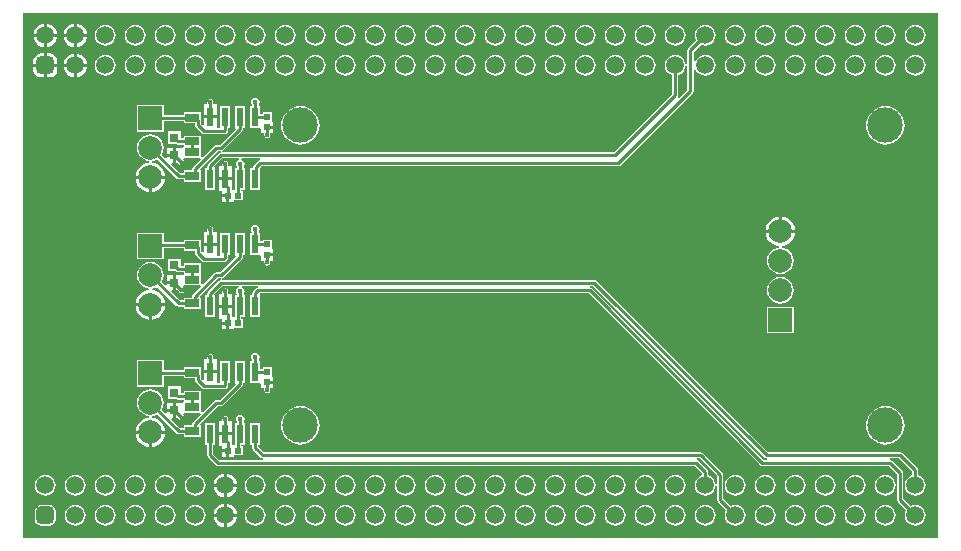
<source format=gtl>
G04*
G04 #@! TF.GenerationSoftware,Altium Limited,Altium Designer,26.1.1 (7)*
G04*
G04 Layer_Physical_Order=1*
G04 Layer_Color=255*
%FSLAX44Y44*%
%MOMM*%
G71*
G04*
G04 #@! TF.SameCoordinates,9E97019B-2CEB-4017-89FE-32B60DA2A515*
G04*
G04*
G04 #@! TF.FilePolarity,Positive*
G04*
G01*
G75*
%ADD21R,0.6000X1.6000*%
%ADD22R,1.2500X0.7000*%
%ADD23R,0.8000X0.8000*%
%ADD24R,0.5000X0.5000*%
%ADD25R,0.5000X0.5000*%
%ADD26C,0.2540*%
%ADD27C,1.5000*%
G04:AMPARAMS|DCode=28|XSize=1.5mm|YSize=1.5mm|CornerRadius=0.375mm|HoleSize=0mm|Usage=FLASHONLY|Rotation=0.000|XOffset=0mm|YOffset=0mm|HoleType=Round|Shape=RoundedRectangle|*
%AMROUNDEDRECTD28*
21,1,1.5000,0.7500,0,0,0.0*
21,1,0.7500,1.5000,0,0,0.0*
1,1,0.7500,0.3750,-0.3750*
1,1,0.7500,-0.3750,-0.3750*
1,1,0.7500,-0.3750,0.3750*
1,1,0.7500,0.3750,0.3750*
%
%ADD28ROUNDEDRECTD28*%
%ADD29C,2.0000*%
%ADD30R,2.0000X2.0000*%
%ADD31C,3.0000*%
%ADD32C,0.4500*%
G36*
X19050Y-425450D02*
X-755650D01*
X-755650Y19050D01*
X19050D01*
Y-425450D01*
D02*
G37*
%LPC*%
G36*
X-709930Y9959D02*
Y1270D01*
X-701241D01*
X-701418Y2621D01*
X-702430Y5063D01*
X-704039Y7161D01*
X-706137Y8770D01*
X-708579Y9782D01*
X-709930Y9959D01*
D02*
G37*
G36*
X-712470D02*
X-713821Y9782D01*
X-716263Y8770D01*
X-718361Y7161D01*
X-719970Y5063D01*
X-720982Y2621D01*
X-721159Y1270D01*
X-712470D01*
Y9959D01*
D02*
G37*
G36*
X-735330D02*
Y1270D01*
X-726641D01*
X-726818Y2621D01*
X-727830Y5063D01*
X-729439Y7161D01*
X-731537Y8770D01*
X-733979Y9782D01*
X-735330Y9959D01*
D02*
G37*
G36*
X-737870D02*
X-739221Y9782D01*
X-741663Y8770D01*
X-743761Y7161D01*
X-745370Y5063D01*
X-746382Y2621D01*
X-746559Y1270D01*
X-737870D01*
Y9959D01*
D02*
G37*
G36*
X0Y8826D02*
X-2284Y8525D01*
X-4413Y7643D01*
X-6241Y6241D01*
X-7643Y4413D01*
X-8525Y2284D01*
X-8826Y0D01*
X-8525Y-2284D01*
X-7643Y-4413D01*
X-6241Y-6241D01*
X-4413Y-7643D01*
X-2284Y-8525D01*
X0Y-8826D01*
X2284Y-8525D01*
X4413Y-7643D01*
X6241Y-6241D01*
X7643Y-4413D01*
X8525Y-2284D01*
X8826Y0D01*
X8525Y2284D01*
X7643Y4413D01*
X6241Y6241D01*
X4413Y7643D01*
X2284Y8525D01*
X0Y8826D01*
D02*
G37*
G36*
X-25400D02*
X-27684Y8525D01*
X-29813Y7643D01*
X-31641Y6241D01*
X-33043Y4413D01*
X-33925Y2284D01*
X-34225Y0D01*
X-33925Y-2284D01*
X-33043Y-4413D01*
X-31641Y-6241D01*
X-29813Y-7643D01*
X-27684Y-8525D01*
X-25400Y-8826D01*
X-23116Y-8525D01*
X-20987Y-7643D01*
X-19159Y-6241D01*
X-17757Y-4413D01*
X-16875Y-2284D01*
X-16574Y0D01*
X-16875Y2284D01*
X-17757Y4413D01*
X-19159Y6241D01*
X-20987Y7643D01*
X-23116Y8525D01*
X-25400Y8826D01*
D02*
G37*
G36*
X-50800D02*
X-53084Y8525D01*
X-55213Y7643D01*
X-57041Y6241D01*
X-58443Y4413D01*
X-59325Y2284D01*
X-59626Y0D01*
X-59325Y-2284D01*
X-58443Y-4413D01*
X-57041Y-6241D01*
X-55213Y-7643D01*
X-53084Y-8525D01*
X-50800Y-8826D01*
X-48516Y-8525D01*
X-46387Y-7643D01*
X-44559Y-6241D01*
X-43157Y-4413D01*
X-42275Y-2284D01*
X-41975Y0D01*
X-42275Y2284D01*
X-43157Y4413D01*
X-44559Y6241D01*
X-46387Y7643D01*
X-48516Y8525D01*
X-50800Y8826D01*
D02*
G37*
G36*
X-76200D02*
X-78484Y8525D01*
X-80613Y7643D01*
X-82441Y6241D01*
X-83843Y4413D01*
X-84725Y2284D01*
X-85026Y0D01*
X-84725Y-2284D01*
X-83843Y-4413D01*
X-82441Y-6241D01*
X-80613Y-7643D01*
X-78484Y-8525D01*
X-76200Y-8826D01*
X-73916Y-8525D01*
X-71787Y-7643D01*
X-69959Y-6241D01*
X-68557Y-4413D01*
X-67675Y-2284D01*
X-67375Y0D01*
X-67675Y2284D01*
X-68557Y4413D01*
X-69959Y6241D01*
X-71787Y7643D01*
X-73916Y8525D01*
X-76200Y8826D01*
D02*
G37*
G36*
X-101600D02*
X-103884Y8525D01*
X-106013Y7643D01*
X-107841Y6241D01*
X-109243Y4413D01*
X-110125Y2284D01*
X-110426Y0D01*
X-110125Y-2284D01*
X-109243Y-4413D01*
X-107841Y-6241D01*
X-106013Y-7643D01*
X-103884Y-8525D01*
X-101600Y-8826D01*
X-99316Y-8525D01*
X-97187Y-7643D01*
X-95359Y-6241D01*
X-93957Y-4413D01*
X-93075Y-2284D01*
X-92774Y0D01*
X-93075Y2284D01*
X-93957Y4413D01*
X-95359Y6241D01*
X-97187Y7643D01*
X-99316Y8525D01*
X-101600Y8826D01*
D02*
G37*
G36*
X-127000D02*
X-129284Y8525D01*
X-131413Y7643D01*
X-133241Y6241D01*
X-134643Y4413D01*
X-135525Y2284D01*
X-135826Y0D01*
X-135525Y-2284D01*
X-134643Y-4413D01*
X-133241Y-6241D01*
X-131413Y-7643D01*
X-129284Y-8525D01*
X-127000Y-8826D01*
X-124716Y-8525D01*
X-122587Y-7643D01*
X-120759Y-6241D01*
X-119357Y-4413D01*
X-118475Y-2284D01*
X-118174Y0D01*
X-118475Y2284D01*
X-119357Y4413D01*
X-120759Y6241D01*
X-122587Y7643D01*
X-124716Y8525D01*
X-127000Y8826D01*
D02*
G37*
G36*
X-152400D02*
X-154684Y8525D01*
X-156813Y7643D01*
X-158641Y6241D01*
X-160043Y4413D01*
X-160925Y2284D01*
X-161225Y0D01*
X-160925Y-2284D01*
X-160043Y-4413D01*
X-158641Y-6241D01*
X-156813Y-7643D01*
X-154684Y-8525D01*
X-152400Y-8826D01*
X-150116Y-8525D01*
X-147987Y-7643D01*
X-146159Y-6241D01*
X-144757Y-4413D01*
X-143875Y-2284D01*
X-143574Y0D01*
X-143875Y2284D01*
X-144757Y4413D01*
X-146159Y6241D01*
X-147987Y7643D01*
X-150116Y8525D01*
X-152400Y8826D01*
D02*
G37*
G36*
X-177800D02*
X-180084Y8525D01*
X-182213Y7643D01*
X-184041Y6241D01*
X-185443Y4413D01*
X-186325Y2284D01*
X-186625Y0D01*
X-186325Y-2284D01*
X-185561Y-4128D01*
X-192239Y-10805D01*
X-192796Y-11639D01*
X-192992Y-12622D01*
Y-45848D01*
X-200120Y-52976D01*
X-201091Y-52179D01*
X-200826Y-51783D01*
X-200631Y-50800D01*
Y-33807D01*
X-198787Y-33043D01*
X-196959Y-31641D01*
X-195557Y-29813D01*
X-194675Y-27684D01*
X-194375Y-25400D01*
X-194675Y-23116D01*
X-195557Y-20987D01*
X-196959Y-19159D01*
X-198787Y-17757D01*
X-200916Y-16875D01*
X-203200Y-16574D01*
X-205484Y-16875D01*
X-207613Y-17757D01*
X-209441Y-19159D01*
X-210843Y-20987D01*
X-211725Y-23116D01*
X-212026Y-25400D01*
X-211725Y-27684D01*
X-210843Y-29813D01*
X-209441Y-31641D01*
X-207613Y-33043D01*
X-205769Y-33807D01*
Y-49736D01*
X-255064Y-99031D01*
X-586768D01*
X-587293Y-99031D01*
X-587416Y-97781D01*
X-586628Y-97624D01*
X-585794Y-97067D01*
X-569866Y-81139D01*
X-569309Y-80305D01*
X-569114Y-79322D01*
Y-78250D01*
X-567250D01*
Y-59750D01*
X-575750D01*
Y-78250D01*
X-575750D01*
X-575494Y-79500D01*
X-588675Y-92681D01*
X-591820D01*
X-592803Y-92876D01*
X-593637Y-93433D01*
X-603390Y-103186D01*
X-604640Y-102669D01*
Y-94600D01*
Y-85100D01*
X-619640D01*
Y-87281D01*
X-622130D01*
Y-81230D01*
X-632630D01*
Y-91730D01*
X-625732D01*
X-624993Y-92224D01*
X-624010Y-92419D01*
X-624010Y-92419D01*
X-619640D01*
Y-94819D01*
X-620840Y-94940D01*
X-620890Y-94940D01*
X-626110D01*
Y-101480D01*
Y-108020D01*
X-624474D01*
X-623222Y-109272D01*
X-622388Y-109829D01*
X-621405Y-110024D01*
X-620422Y-109829D01*
X-619588Y-109272D01*
X-619031Y-108438D01*
X-618836Y-107455D01*
X-619031Y-106472D01*
X-619588Y-105638D01*
X-620112Y-105114D01*
X-619648Y-103811D01*
X-619640Y-103810D01*
X-619590Y-103810D01*
X-605782D01*
X-605264Y-105060D01*
X-611625Y-111421D01*
X-612182Y-112255D01*
X-612377Y-113238D01*
Y-114310D01*
X-619640D01*
Y-116491D01*
X-622826D01*
X-630141Y-109175D01*
X-629663Y-108020D01*
X-628650D01*
Y-102750D01*
X-633920D01*
Y-103763D01*
X-635075Y-104242D01*
X-638099Y-101218D01*
X-637873Y-100924D01*
X-636740Y-98187D01*
X-636353Y-95250D01*
X-636740Y-92313D01*
X-637873Y-89577D01*
X-639676Y-87226D01*
X-642027Y-85423D01*
X-644763Y-84290D01*
X-647700Y-83903D01*
X-650637Y-84290D01*
X-653373Y-85423D01*
X-655724Y-87226D01*
X-657527Y-89577D01*
X-658661Y-92313D01*
X-659047Y-95250D01*
X-658661Y-98187D01*
X-657527Y-100924D01*
X-655724Y-103274D01*
X-653373Y-105077D01*
X-650637Y-106210D01*
X-648673Y-106469D01*
Y-107730D01*
X-650974Y-108033D01*
X-654024Y-109296D01*
X-656644Y-111306D01*
X-658654Y-113926D01*
X-659917Y-116976D01*
X-660181Y-118980D01*
X-647700D01*
X-635219D01*
X-635483Y-116976D01*
X-636746Y-113926D01*
X-638756Y-111306D01*
X-641376Y-109296D01*
X-644426Y-108033D01*
X-646727Y-107730D01*
Y-106469D01*
X-644763Y-106210D01*
X-642027Y-105077D01*
X-641732Y-104851D01*
X-625707Y-120877D01*
X-624873Y-121434D01*
X-623890Y-121629D01*
X-623890Y-121629D01*
X-619640D01*
Y-123810D01*
X-604640D01*
Y-114310D01*
X-605479D01*
X-605996Y-113060D01*
X-590756Y-97819D01*
X-588634D01*
X-588110Y-97819D01*
X-587987Y-99069D01*
X-588775Y-99226D01*
X-589609Y-99783D01*
X-598697Y-108871D01*
X-599254Y-109705D01*
X-599449Y-110688D01*
Y-112250D01*
X-601150D01*
Y-130750D01*
X-592650D01*
Y-112250D01*
X-593041D01*
X-593558Y-111000D01*
X-586728Y-104169D01*
X-572568D01*
X-572445Y-105419D01*
X-572866Y-105503D01*
X-574023Y-106277D01*
X-574797Y-107434D01*
X-575069Y-108800D01*
X-574797Y-110166D01*
X-574239Y-111000D01*
X-574658Y-112250D01*
X-575750D01*
Y-127498D01*
X-575919Y-128350D01*
Y-131256D01*
X-575979Y-131315D01*
X-577089Y-131042D01*
X-577310Y-130850D01*
Y-130850D01*
X-578660D01*
Y-122770D01*
X-584200D01*
X-589740D01*
Y-132040D01*
X-587390D01*
Y-134620D01*
X-582350D01*
Y-135890D01*
X-581080D01*
Y-140930D01*
X-577310D01*
Y-140803D01*
X-577100Y-139640D01*
X-576060Y-139640D01*
X-569600D01*
Y-132140D01*
X-570781D01*
Y-130750D01*
X-567250D01*
Y-112250D01*
X-568342D01*
X-568761Y-111000D01*
X-568203Y-110166D01*
X-567931Y-108800D01*
X-568203Y-107434D01*
X-568977Y-106277D01*
X-570134Y-105503D01*
X-570555Y-105419D01*
X-570432Y-104169D01*
X-555308D01*
X-555185Y-105419D01*
X-555973Y-105576D01*
X-556807Y-106133D01*
X-560035Y-109361D01*
X-560592Y-110195D01*
X-560787Y-111178D01*
Y-112250D01*
X-563050D01*
Y-130750D01*
X-554550D01*
Y-112250D01*
X-554550D01*
X-554448Y-111042D01*
X-553926Y-110519D01*
X-251460D01*
X-250477Y-110324D01*
X-249643Y-109767D01*
X-188605Y-48729D01*
X-188048Y-47895D01*
X-187853Y-46912D01*
Y-25655D01*
X-186603Y-25573D01*
X-186493Y-26409D01*
X-186325Y-27684D01*
X-185443Y-29813D01*
X-184041Y-31641D01*
X-182213Y-33043D01*
X-180084Y-33925D01*
X-177800Y-34225D01*
X-175516Y-33925D01*
X-173387Y-33043D01*
X-171559Y-31641D01*
X-170157Y-29813D01*
X-169275Y-27684D01*
X-168974Y-25400D01*
X-169275Y-23116D01*
X-170157Y-20987D01*
X-171559Y-19159D01*
X-173387Y-17757D01*
X-175516Y-16875D01*
X-177800Y-16574D01*
X-180084Y-16875D01*
X-182213Y-17757D01*
X-184041Y-19159D01*
X-185443Y-20987D01*
X-186325Y-23116D01*
X-186493Y-24391D01*
X-186603Y-25227D01*
X-187853Y-25145D01*
Y-13686D01*
X-181928Y-7761D01*
X-180084Y-8525D01*
X-177800Y-8826D01*
X-175516Y-8525D01*
X-173387Y-7643D01*
X-171559Y-6241D01*
X-170157Y-4413D01*
X-169275Y-2284D01*
X-168974Y0D01*
X-169275Y2284D01*
X-170157Y4413D01*
X-171559Y6241D01*
X-173387Y7643D01*
X-175516Y8525D01*
X-177800Y8826D01*
D02*
G37*
G36*
X-203200D02*
X-205484Y8525D01*
X-207613Y7643D01*
X-209441Y6241D01*
X-210843Y4413D01*
X-211725Y2284D01*
X-212026Y0D01*
X-211725Y-2284D01*
X-210843Y-4413D01*
X-209441Y-6241D01*
X-207613Y-7643D01*
X-205484Y-8525D01*
X-203200Y-8826D01*
X-200916Y-8525D01*
X-198787Y-7643D01*
X-196959Y-6241D01*
X-195557Y-4413D01*
X-194675Y-2284D01*
X-194375Y0D01*
X-194675Y2284D01*
X-195557Y4413D01*
X-196959Y6241D01*
X-198787Y7643D01*
X-200916Y8525D01*
X-203200Y8826D01*
D02*
G37*
G36*
X-228600D02*
X-230884Y8525D01*
X-233013Y7643D01*
X-234841Y6241D01*
X-236243Y4413D01*
X-237125Y2284D01*
X-237425Y0D01*
X-237125Y-2284D01*
X-236243Y-4413D01*
X-234841Y-6241D01*
X-233013Y-7643D01*
X-230884Y-8525D01*
X-228600Y-8826D01*
X-226316Y-8525D01*
X-224187Y-7643D01*
X-222359Y-6241D01*
X-220957Y-4413D01*
X-220075Y-2284D01*
X-219774Y0D01*
X-220075Y2284D01*
X-220957Y4413D01*
X-222359Y6241D01*
X-224187Y7643D01*
X-226316Y8525D01*
X-228600Y8826D01*
D02*
G37*
G36*
X-254000D02*
X-256284Y8525D01*
X-258413Y7643D01*
X-260241Y6241D01*
X-261643Y4413D01*
X-262525Y2284D01*
X-262826Y0D01*
X-262525Y-2284D01*
X-261643Y-4413D01*
X-260241Y-6241D01*
X-258413Y-7643D01*
X-256284Y-8525D01*
X-254000Y-8826D01*
X-251716Y-8525D01*
X-249587Y-7643D01*
X-247759Y-6241D01*
X-246357Y-4413D01*
X-245475Y-2284D01*
X-245175Y0D01*
X-245475Y2284D01*
X-246357Y4413D01*
X-247759Y6241D01*
X-249587Y7643D01*
X-251716Y8525D01*
X-254000Y8826D01*
D02*
G37*
G36*
X-279400D02*
X-281684Y8525D01*
X-283813Y7643D01*
X-285641Y6241D01*
X-287043Y4413D01*
X-287925Y2284D01*
X-288225Y0D01*
X-287925Y-2284D01*
X-287043Y-4413D01*
X-285641Y-6241D01*
X-283813Y-7643D01*
X-281684Y-8525D01*
X-279400Y-8826D01*
X-277116Y-8525D01*
X-274987Y-7643D01*
X-273159Y-6241D01*
X-271757Y-4413D01*
X-270875Y-2284D01*
X-270574Y0D01*
X-270875Y2284D01*
X-271757Y4413D01*
X-273159Y6241D01*
X-274987Y7643D01*
X-277116Y8525D01*
X-279400Y8826D01*
D02*
G37*
G36*
X-304800D02*
X-307084Y8525D01*
X-309213Y7643D01*
X-311041Y6241D01*
X-312443Y4413D01*
X-313325Y2284D01*
X-313626Y0D01*
X-313325Y-2284D01*
X-312443Y-4413D01*
X-311041Y-6241D01*
X-309213Y-7643D01*
X-307084Y-8525D01*
X-304800Y-8826D01*
X-302516Y-8525D01*
X-300387Y-7643D01*
X-298559Y-6241D01*
X-297157Y-4413D01*
X-296275Y-2284D01*
X-295975Y0D01*
X-296275Y2284D01*
X-297157Y4413D01*
X-298559Y6241D01*
X-300387Y7643D01*
X-302516Y8525D01*
X-304800Y8826D01*
D02*
G37*
G36*
X-330200D02*
X-332484Y8525D01*
X-334613Y7643D01*
X-336441Y6241D01*
X-337843Y4413D01*
X-338725Y2284D01*
X-339025Y0D01*
X-338725Y-2284D01*
X-337843Y-4413D01*
X-336441Y-6241D01*
X-334613Y-7643D01*
X-332484Y-8525D01*
X-330200Y-8826D01*
X-327916Y-8525D01*
X-325787Y-7643D01*
X-323959Y-6241D01*
X-322557Y-4413D01*
X-321675Y-2284D01*
X-321375Y0D01*
X-321675Y2284D01*
X-322557Y4413D01*
X-323959Y6241D01*
X-325787Y7643D01*
X-327916Y8525D01*
X-330200Y8826D01*
D02*
G37*
G36*
X-355600D02*
X-357884Y8525D01*
X-360013Y7643D01*
X-361841Y6241D01*
X-363243Y4413D01*
X-364125Y2284D01*
X-364426Y0D01*
X-364125Y-2284D01*
X-363243Y-4413D01*
X-361841Y-6241D01*
X-360013Y-7643D01*
X-357884Y-8525D01*
X-355600Y-8826D01*
X-353316Y-8525D01*
X-351187Y-7643D01*
X-349359Y-6241D01*
X-347957Y-4413D01*
X-347075Y-2284D01*
X-346774Y0D01*
X-347075Y2284D01*
X-347957Y4413D01*
X-349359Y6241D01*
X-351187Y7643D01*
X-353316Y8525D01*
X-355600Y8826D01*
D02*
G37*
G36*
X-381000D02*
X-383284Y8525D01*
X-385413Y7643D01*
X-387241Y6241D01*
X-388643Y4413D01*
X-389525Y2284D01*
X-389826Y0D01*
X-389525Y-2284D01*
X-388643Y-4413D01*
X-387241Y-6241D01*
X-385413Y-7643D01*
X-383284Y-8525D01*
X-381000Y-8826D01*
X-378716Y-8525D01*
X-376587Y-7643D01*
X-374759Y-6241D01*
X-373357Y-4413D01*
X-372475Y-2284D01*
X-372174Y0D01*
X-372475Y2284D01*
X-373357Y4413D01*
X-374759Y6241D01*
X-376587Y7643D01*
X-378716Y8525D01*
X-381000Y8826D01*
D02*
G37*
G36*
X-406400D02*
X-408684Y8525D01*
X-410813Y7643D01*
X-412641Y6241D01*
X-414043Y4413D01*
X-414925Y2284D01*
X-415225Y0D01*
X-414925Y-2284D01*
X-414043Y-4413D01*
X-412641Y-6241D01*
X-410813Y-7643D01*
X-408684Y-8525D01*
X-406400Y-8826D01*
X-404116Y-8525D01*
X-401987Y-7643D01*
X-400159Y-6241D01*
X-398757Y-4413D01*
X-397875Y-2284D01*
X-397575Y0D01*
X-397875Y2284D01*
X-398757Y4413D01*
X-400159Y6241D01*
X-401987Y7643D01*
X-404116Y8525D01*
X-406400Y8826D01*
D02*
G37*
G36*
X-431800D02*
X-434084Y8525D01*
X-436213Y7643D01*
X-438041Y6241D01*
X-439443Y4413D01*
X-440325Y2284D01*
X-440625Y0D01*
X-440325Y-2284D01*
X-439443Y-4413D01*
X-438041Y-6241D01*
X-436213Y-7643D01*
X-434084Y-8525D01*
X-431800Y-8826D01*
X-429516Y-8525D01*
X-427387Y-7643D01*
X-425559Y-6241D01*
X-424157Y-4413D01*
X-423275Y-2284D01*
X-422975Y0D01*
X-423275Y2284D01*
X-424157Y4413D01*
X-425559Y6241D01*
X-427387Y7643D01*
X-429516Y8525D01*
X-431800Y8826D01*
D02*
G37*
G36*
X-457200D02*
X-459484Y8525D01*
X-461613Y7643D01*
X-463441Y6241D01*
X-464843Y4413D01*
X-465725Y2284D01*
X-466026Y0D01*
X-465725Y-2284D01*
X-464843Y-4413D01*
X-463441Y-6241D01*
X-461613Y-7643D01*
X-459484Y-8525D01*
X-457200Y-8826D01*
X-454916Y-8525D01*
X-452787Y-7643D01*
X-450959Y-6241D01*
X-449557Y-4413D01*
X-448675Y-2284D01*
X-448374Y0D01*
X-448675Y2284D01*
X-449557Y4413D01*
X-450959Y6241D01*
X-452787Y7643D01*
X-454916Y8525D01*
X-457200Y8826D01*
D02*
G37*
G36*
X-482600D02*
X-484884Y8525D01*
X-487013Y7643D01*
X-488841Y6241D01*
X-490243Y4413D01*
X-491125Y2284D01*
X-491426Y0D01*
X-491125Y-2284D01*
X-490243Y-4413D01*
X-488841Y-6241D01*
X-487013Y-7643D01*
X-484884Y-8525D01*
X-482600Y-8826D01*
X-480316Y-8525D01*
X-478187Y-7643D01*
X-476359Y-6241D01*
X-474957Y-4413D01*
X-474075Y-2284D01*
X-473774Y0D01*
X-474075Y2284D01*
X-474957Y4413D01*
X-476359Y6241D01*
X-478187Y7643D01*
X-480316Y8525D01*
X-482600Y8826D01*
D02*
G37*
G36*
X-508000D02*
X-510284Y8525D01*
X-512413Y7643D01*
X-514241Y6241D01*
X-515643Y4413D01*
X-516525Y2284D01*
X-516825Y0D01*
X-516525Y-2284D01*
X-515643Y-4413D01*
X-514241Y-6241D01*
X-512413Y-7643D01*
X-510284Y-8525D01*
X-508000Y-8826D01*
X-505716Y-8525D01*
X-503587Y-7643D01*
X-501759Y-6241D01*
X-500357Y-4413D01*
X-499475Y-2284D01*
X-499174Y0D01*
X-499475Y2284D01*
X-500357Y4413D01*
X-501759Y6241D01*
X-503587Y7643D01*
X-505716Y8525D01*
X-508000Y8826D01*
D02*
G37*
G36*
X-533400D02*
X-535684Y8525D01*
X-537813Y7643D01*
X-539641Y6241D01*
X-541043Y4413D01*
X-541925Y2284D01*
X-542225Y0D01*
X-541925Y-2284D01*
X-541043Y-4413D01*
X-539641Y-6241D01*
X-537813Y-7643D01*
X-535684Y-8525D01*
X-533400Y-8826D01*
X-531116Y-8525D01*
X-528987Y-7643D01*
X-527159Y-6241D01*
X-525757Y-4413D01*
X-524875Y-2284D01*
X-524575Y0D01*
X-524875Y2284D01*
X-525757Y4413D01*
X-527159Y6241D01*
X-528987Y7643D01*
X-531116Y8525D01*
X-533400Y8826D01*
D02*
G37*
G36*
X-558800D02*
X-561084Y8525D01*
X-563213Y7643D01*
X-565041Y6241D01*
X-566443Y4413D01*
X-567325Y2284D01*
X-567626Y0D01*
X-567325Y-2284D01*
X-566443Y-4413D01*
X-565041Y-6241D01*
X-563213Y-7643D01*
X-561084Y-8525D01*
X-558800Y-8826D01*
X-556516Y-8525D01*
X-554387Y-7643D01*
X-552559Y-6241D01*
X-551157Y-4413D01*
X-550275Y-2284D01*
X-549975Y0D01*
X-550275Y2284D01*
X-551157Y4413D01*
X-552559Y6241D01*
X-554387Y7643D01*
X-556516Y8525D01*
X-558800Y8826D01*
D02*
G37*
G36*
X-584200D02*
X-586484Y8525D01*
X-588613Y7643D01*
X-590441Y6241D01*
X-591843Y4413D01*
X-592725Y2284D01*
X-593026Y0D01*
X-592725Y-2284D01*
X-591843Y-4413D01*
X-590441Y-6241D01*
X-588613Y-7643D01*
X-586484Y-8525D01*
X-584200Y-8826D01*
X-581916Y-8525D01*
X-579787Y-7643D01*
X-577959Y-6241D01*
X-576557Y-4413D01*
X-575675Y-2284D01*
X-575374Y0D01*
X-575675Y2284D01*
X-576557Y4413D01*
X-577959Y6241D01*
X-579787Y7643D01*
X-581916Y8525D01*
X-584200Y8826D01*
D02*
G37*
G36*
X-609600D02*
X-611884Y8525D01*
X-614013Y7643D01*
X-615841Y6241D01*
X-617243Y4413D01*
X-618125Y2284D01*
X-618425Y0D01*
X-618125Y-2284D01*
X-617243Y-4413D01*
X-615841Y-6241D01*
X-614013Y-7643D01*
X-611884Y-8525D01*
X-609600Y-8826D01*
X-607316Y-8525D01*
X-605187Y-7643D01*
X-603359Y-6241D01*
X-601957Y-4413D01*
X-601075Y-2284D01*
X-600774Y0D01*
X-601075Y2284D01*
X-601957Y4413D01*
X-603359Y6241D01*
X-605187Y7643D01*
X-607316Y8525D01*
X-609600Y8826D01*
D02*
G37*
G36*
X-635000D02*
X-637284Y8525D01*
X-639413Y7643D01*
X-641241Y6241D01*
X-642643Y4413D01*
X-643525Y2284D01*
X-643826Y0D01*
X-643525Y-2284D01*
X-642643Y-4413D01*
X-641241Y-6241D01*
X-639413Y-7643D01*
X-637284Y-8525D01*
X-635000Y-8826D01*
X-632716Y-8525D01*
X-630587Y-7643D01*
X-628759Y-6241D01*
X-627357Y-4413D01*
X-626475Y-2284D01*
X-626175Y0D01*
X-626475Y2284D01*
X-627357Y4413D01*
X-628759Y6241D01*
X-630587Y7643D01*
X-632716Y8525D01*
X-635000Y8826D01*
D02*
G37*
G36*
X-660400D02*
X-662684Y8525D01*
X-664813Y7643D01*
X-666641Y6241D01*
X-668043Y4413D01*
X-668925Y2284D01*
X-669225Y0D01*
X-668925Y-2284D01*
X-668043Y-4413D01*
X-666641Y-6241D01*
X-664813Y-7643D01*
X-662684Y-8525D01*
X-660400Y-8826D01*
X-658116Y-8525D01*
X-655987Y-7643D01*
X-654159Y-6241D01*
X-652757Y-4413D01*
X-651875Y-2284D01*
X-651574Y0D01*
X-651875Y2284D01*
X-652757Y4413D01*
X-654159Y6241D01*
X-655987Y7643D01*
X-658116Y8525D01*
X-660400Y8826D01*
D02*
G37*
G36*
X-685800D02*
X-688084Y8525D01*
X-690213Y7643D01*
X-692041Y6241D01*
X-693443Y4413D01*
X-694325Y2284D01*
X-694625Y0D01*
X-694325Y-2284D01*
X-693443Y-4413D01*
X-692041Y-6241D01*
X-690213Y-7643D01*
X-688084Y-8525D01*
X-685800Y-8826D01*
X-683516Y-8525D01*
X-681387Y-7643D01*
X-679559Y-6241D01*
X-678157Y-4413D01*
X-677275Y-2284D01*
X-676974Y0D01*
X-677275Y2284D01*
X-678157Y4413D01*
X-679559Y6241D01*
X-681387Y7643D01*
X-683516Y8525D01*
X-685800Y8826D01*
D02*
G37*
G36*
X-701241Y-1270D02*
X-709930D01*
Y-9959D01*
X-708579Y-9782D01*
X-706137Y-8770D01*
X-704039Y-7161D01*
X-702430Y-5063D01*
X-701418Y-2621D01*
X-701241Y-1270D01*
D02*
G37*
G36*
X-712470D02*
X-721159D01*
X-720982Y-2621D01*
X-719970Y-5063D01*
X-718361Y-7161D01*
X-716263Y-8770D01*
X-713821Y-9782D01*
X-712470Y-9959D01*
Y-1270D01*
D02*
G37*
G36*
X-726641D02*
X-735330D01*
Y-9959D01*
X-733979Y-9782D01*
X-731537Y-8770D01*
X-729439Y-7161D01*
X-727830Y-5063D01*
X-726818Y-2621D01*
X-726641Y-1270D01*
D02*
G37*
G36*
X-737870D02*
X-746559D01*
X-746382Y-2621D01*
X-745370Y-5063D01*
X-743761Y-7161D01*
X-741663Y-8770D01*
X-739221Y-9782D01*
X-737870Y-9959D01*
Y-1270D01*
D02*
G37*
G36*
X-709930Y-15441D02*
Y-24130D01*
X-701241D01*
X-701418Y-22779D01*
X-702430Y-20337D01*
X-704039Y-18239D01*
X-706137Y-16630D01*
X-708579Y-15618D01*
X-709930Y-15441D01*
D02*
G37*
G36*
X-712470D02*
X-713821Y-15618D01*
X-716263Y-16630D01*
X-718361Y-18239D01*
X-719970Y-20337D01*
X-720982Y-22779D01*
X-721159Y-24130D01*
X-712470D01*
Y-15441D01*
D02*
G37*
G36*
X-732850Y-15237D02*
X-735330D01*
Y-24130D01*
X-726437D01*
Y-21650D01*
X-726925Y-19196D01*
X-728315Y-17115D01*
X-730396Y-15725D01*
X-732850Y-15237D01*
D02*
G37*
G36*
X-737870D02*
X-740350D01*
X-742804Y-15725D01*
X-744885Y-17115D01*
X-746275Y-19196D01*
X-746763Y-21650D01*
Y-24130D01*
X-737870D01*
Y-15237D01*
D02*
G37*
G36*
X0Y-16574D02*
X-2284Y-16875D01*
X-4413Y-17757D01*
X-6241Y-19159D01*
X-7643Y-20987D01*
X-8525Y-23116D01*
X-8826Y-25400D01*
X-8525Y-27684D01*
X-7643Y-29813D01*
X-6241Y-31641D01*
X-4413Y-33043D01*
X-2284Y-33925D01*
X0Y-34225D01*
X2284Y-33925D01*
X4413Y-33043D01*
X6241Y-31641D01*
X7643Y-29813D01*
X8525Y-27684D01*
X8826Y-25400D01*
X8525Y-23116D01*
X7643Y-20987D01*
X6241Y-19159D01*
X4413Y-17757D01*
X2284Y-16875D01*
X0Y-16574D01*
D02*
G37*
G36*
X-25400D02*
X-27684Y-16875D01*
X-29813Y-17757D01*
X-31641Y-19159D01*
X-33043Y-20987D01*
X-33925Y-23116D01*
X-34225Y-25400D01*
X-33925Y-27684D01*
X-33043Y-29813D01*
X-31641Y-31641D01*
X-29813Y-33043D01*
X-27684Y-33925D01*
X-25400Y-34225D01*
X-23116Y-33925D01*
X-20987Y-33043D01*
X-19159Y-31641D01*
X-17757Y-29813D01*
X-16875Y-27684D01*
X-16574Y-25400D01*
X-16875Y-23116D01*
X-17757Y-20987D01*
X-19159Y-19159D01*
X-20987Y-17757D01*
X-23116Y-16875D01*
X-25400Y-16574D01*
D02*
G37*
G36*
X-50800D02*
X-53084Y-16875D01*
X-55213Y-17757D01*
X-57041Y-19159D01*
X-58443Y-20987D01*
X-59325Y-23116D01*
X-59626Y-25400D01*
X-59325Y-27684D01*
X-58443Y-29813D01*
X-57041Y-31641D01*
X-55213Y-33043D01*
X-53084Y-33925D01*
X-50800Y-34225D01*
X-48516Y-33925D01*
X-46387Y-33043D01*
X-44559Y-31641D01*
X-43157Y-29813D01*
X-42275Y-27684D01*
X-41975Y-25400D01*
X-42275Y-23116D01*
X-43157Y-20987D01*
X-44559Y-19159D01*
X-46387Y-17757D01*
X-48516Y-16875D01*
X-50800Y-16574D01*
D02*
G37*
G36*
X-76200D02*
X-78484Y-16875D01*
X-80613Y-17757D01*
X-82441Y-19159D01*
X-83843Y-20987D01*
X-84725Y-23116D01*
X-85026Y-25400D01*
X-84725Y-27684D01*
X-83843Y-29813D01*
X-82441Y-31641D01*
X-80613Y-33043D01*
X-78484Y-33925D01*
X-76200Y-34225D01*
X-73916Y-33925D01*
X-71787Y-33043D01*
X-69959Y-31641D01*
X-68557Y-29813D01*
X-67675Y-27684D01*
X-67375Y-25400D01*
X-67675Y-23116D01*
X-68557Y-20987D01*
X-69959Y-19159D01*
X-71787Y-17757D01*
X-73916Y-16875D01*
X-76200Y-16574D01*
D02*
G37*
G36*
X-101600D02*
X-103884Y-16875D01*
X-106013Y-17757D01*
X-107841Y-19159D01*
X-109243Y-20987D01*
X-110125Y-23116D01*
X-110426Y-25400D01*
X-110125Y-27684D01*
X-109243Y-29813D01*
X-107841Y-31641D01*
X-106013Y-33043D01*
X-103884Y-33925D01*
X-101600Y-34225D01*
X-99316Y-33925D01*
X-97187Y-33043D01*
X-95359Y-31641D01*
X-93957Y-29813D01*
X-93075Y-27684D01*
X-92774Y-25400D01*
X-93075Y-23116D01*
X-93957Y-20987D01*
X-95359Y-19159D01*
X-97187Y-17757D01*
X-99316Y-16875D01*
X-101600Y-16574D01*
D02*
G37*
G36*
X-127000D02*
X-129284Y-16875D01*
X-131413Y-17757D01*
X-133241Y-19159D01*
X-134643Y-20987D01*
X-135525Y-23116D01*
X-135826Y-25400D01*
X-135525Y-27684D01*
X-134643Y-29813D01*
X-133241Y-31641D01*
X-131413Y-33043D01*
X-129284Y-33925D01*
X-127000Y-34225D01*
X-124716Y-33925D01*
X-122587Y-33043D01*
X-120759Y-31641D01*
X-119357Y-29813D01*
X-118475Y-27684D01*
X-118174Y-25400D01*
X-118475Y-23116D01*
X-119357Y-20987D01*
X-120759Y-19159D01*
X-122587Y-17757D01*
X-124716Y-16875D01*
X-127000Y-16574D01*
D02*
G37*
G36*
X-152400D02*
X-154684Y-16875D01*
X-156813Y-17757D01*
X-158641Y-19159D01*
X-160043Y-20987D01*
X-160925Y-23116D01*
X-161225Y-25400D01*
X-160925Y-27684D01*
X-160043Y-29813D01*
X-158641Y-31641D01*
X-156813Y-33043D01*
X-154684Y-33925D01*
X-152400Y-34225D01*
X-150116Y-33925D01*
X-147987Y-33043D01*
X-146159Y-31641D01*
X-144757Y-29813D01*
X-143875Y-27684D01*
X-143574Y-25400D01*
X-143875Y-23116D01*
X-144757Y-20987D01*
X-146159Y-19159D01*
X-147987Y-17757D01*
X-150116Y-16875D01*
X-152400Y-16574D01*
D02*
G37*
G36*
X-228600D02*
X-230884Y-16875D01*
X-233013Y-17757D01*
X-234841Y-19159D01*
X-236243Y-20987D01*
X-237125Y-23116D01*
X-237425Y-25400D01*
X-237125Y-27684D01*
X-236243Y-29813D01*
X-234841Y-31641D01*
X-233013Y-33043D01*
X-230884Y-33925D01*
X-228600Y-34225D01*
X-226316Y-33925D01*
X-224187Y-33043D01*
X-222359Y-31641D01*
X-220957Y-29813D01*
X-220075Y-27684D01*
X-219774Y-25400D01*
X-220075Y-23116D01*
X-220957Y-20987D01*
X-222359Y-19159D01*
X-224187Y-17757D01*
X-226316Y-16875D01*
X-228600Y-16574D01*
D02*
G37*
G36*
X-254000D02*
X-256284Y-16875D01*
X-258413Y-17757D01*
X-260241Y-19159D01*
X-261643Y-20987D01*
X-262525Y-23116D01*
X-262826Y-25400D01*
X-262525Y-27684D01*
X-261643Y-29813D01*
X-260241Y-31641D01*
X-258413Y-33043D01*
X-256284Y-33925D01*
X-254000Y-34225D01*
X-251716Y-33925D01*
X-249587Y-33043D01*
X-247759Y-31641D01*
X-246357Y-29813D01*
X-245475Y-27684D01*
X-245175Y-25400D01*
X-245475Y-23116D01*
X-246357Y-20987D01*
X-247759Y-19159D01*
X-249587Y-17757D01*
X-251716Y-16875D01*
X-254000Y-16574D01*
D02*
G37*
G36*
X-279400D02*
X-281684Y-16875D01*
X-283813Y-17757D01*
X-285641Y-19159D01*
X-287043Y-20987D01*
X-287925Y-23116D01*
X-288225Y-25400D01*
X-287925Y-27684D01*
X-287043Y-29813D01*
X-285641Y-31641D01*
X-283813Y-33043D01*
X-281684Y-33925D01*
X-279400Y-34225D01*
X-277116Y-33925D01*
X-274987Y-33043D01*
X-273159Y-31641D01*
X-271757Y-29813D01*
X-270875Y-27684D01*
X-270574Y-25400D01*
X-270875Y-23116D01*
X-271757Y-20987D01*
X-273159Y-19159D01*
X-274987Y-17757D01*
X-277116Y-16875D01*
X-279400Y-16574D01*
D02*
G37*
G36*
X-304800D02*
X-307084Y-16875D01*
X-309213Y-17757D01*
X-311041Y-19159D01*
X-312443Y-20987D01*
X-313325Y-23116D01*
X-313626Y-25400D01*
X-313325Y-27684D01*
X-312443Y-29813D01*
X-311041Y-31641D01*
X-309213Y-33043D01*
X-307084Y-33925D01*
X-304800Y-34225D01*
X-302516Y-33925D01*
X-300387Y-33043D01*
X-298559Y-31641D01*
X-297157Y-29813D01*
X-296275Y-27684D01*
X-295975Y-25400D01*
X-296275Y-23116D01*
X-297157Y-20987D01*
X-298559Y-19159D01*
X-300387Y-17757D01*
X-302516Y-16875D01*
X-304800Y-16574D01*
D02*
G37*
G36*
X-330200D02*
X-332484Y-16875D01*
X-334613Y-17757D01*
X-336441Y-19159D01*
X-337843Y-20987D01*
X-338725Y-23116D01*
X-339025Y-25400D01*
X-338725Y-27684D01*
X-337843Y-29813D01*
X-336441Y-31641D01*
X-334613Y-33043D01*
X-332484Y-33925D01*
X-330200Y-34225D01*
X-327916Y-33925D01*
X-325787Y-33043D01*
X-323959Y-31641D01*
X-322557Y-29813D01*
X-321675Y-27684D01*
X-321375Y-25400D01*
X-321675Y-23116D01*
X-322557Y-20987D01*
X-323959Y-19159D01*
X-325787Y-17757D01*
X-327916Y-16875D01*
X-330200Y-16574D01*
D02*
G37*
G36*
X-355600D02*
X-357884Y-16875D01*
X-360013Y-17757D01*
X-361841Y-19159D01*
X-363243Y-20987D01*
X-364125Y-23116D01*
X-364426Y-25400D01*
X-364125Y-27684D01*
X-363243Y-29813D01*
X-361841Y-31641D01*
X-360013Y-33043D01*
X-357884Y-33925D01*
X-355600Y-34225D01*
X-353316Y-33925D01*
X-351187Y-33043D01*
X-349359Y-31641D01*
X-347957Y-29813D01*
X-347075Y-27684D01*
X-346774Y-25400D01*
X-347075Y-23116D01*
X-347957Y-20987D01*
X-349359Y-19159D01*
X-351187Y-17757D01*
X-353316Y-16875D01*
X-355600Y-16574D01*
D02*
G37*
G36*
X-381000D02*
X-383284Y-16875D01*
X-385413Y-17757D01*
X-387241Y-19159D01*
X-388643Y-20987D01*
X-389525Y-23116D01*
X-389826Y-25400D01*
X-389525Y-27684D01*
X-388643Y-29813D01*
X-387241Y-31641D01*
X-385413Y-33043D01*
X-383284Y-33925D01*
X-381000Y-34225D01*
X-378716Y-33925D01*
X-376587Y-33043D01*
X-374759Y-31641D01*
X-373357Y-29813D01*
X-372475Y-27684D01*
X-372174Y-25400D01*
X-372475Y-23116D01*
X-373357Y-20987D01*
X-374759Y-19159D01*
X-376587Y-17757D01*
X-378716Y-16875D01*
X-381000Y-16574D01*
D02*
G37*
G36*
X-406400D02*
X-408684Y-16875D01*
X-410813Y-17757D01*
X-412641Y-19159D01*
X-414043Y-20987D01*
X-414925Y-23116D01*
X-415225Y-25400D01*
X-414925Y-27684D01*
X-414043Y-29813D01*
X-412641Y-31641D01*
X-410813Y-33043D01*
X-408684Y-33925D01*
X-406400Y-34225D01*
X-404116Y-33925D01*
X-401987Y-33043D01*
X-400159Y-31641D01*
X-398757Y-29813D01*
X-397875Y-27684D01*
X-397575Y-25400D01*
X-397875Y-23116D01*
X-398757Y-20987D01*
X-400159Y-19159D01*
X-401987Y-17757D01*
X-404116Y-16875D01*
X-406400Y-16574D01*
D02*
G37*
G36*
X-431800D02*
X-434084Y-16875D01*
X-436213Y-17757D01*
X-438041Y-19159D01*
X-439443Y-20987D01*
X-440325Y-23116D01*
X-440625Y-25400D01*
X-440325Y-27684D01*
X-439443Y-29813D01*
X-438041Y-31641D01*
X-436213Y-33043D01*
X-434084Y-33925D01*
X-431800Y-34225D01*
X-429516Y-33925D01*
X-427387Y-33043D01*
X-425559Y-31641D01*
X-424157Y-29813D01*
X-423275Y-27684D01*
X-422975Y-25400D01*
X-423275Y-23116D01*
X-424157Y-20987D01*
X-425559Y-19159D01*
X-427387Y-17757D01*
X-429516Y-16875D01*
X-431800Y-16574D01*
D02*
G37*
G36*
X-457200D02*
X-459484Y-16875D01*
X-461613Y-17757D01*
X-463441Y-19159D01*
X-464843Y-20987D01*
X-465725Y-23116D01*
X-466026Y-25400D01*
X-465725Y-27684D01*
X-464843Y-29813D01*
X-463441Y-31641D01*
X-461613Y-33043D01*
X-459484Y-33925D01*
X-457200Y-34225D01*
X-454916Y-33925D01*
X-452787Y-33043D01*
X-450959Y-31641D01*
X-449557Y-29813D01*
X-448675Y-27684D01*
X-448374Y-25400D01*
X-448675Y-23116D01*
X-449557Y-20987D01*
X-450959Y-19159D01*
X-452787Y-17757D01*
X-454916Y-16875D01*
X-457200Y-16574D01*
D02*
G37*
G36*
X-482600D02*
X-484884Y-16875D01*
X-487013Y-17757D01*
X-488841Y-19159D01*
X-490243Y-20987D01*
X-491125Y-23116D01*
X-491426Y-25400D01*
X-491125Y-27684D01*
X-490243Y-29813D01*
X-488841Y-31641D01*
X-487013Y-33043D01*
X-484884Y-33925D01*
X-482600Y-34225D01*
X-480316Y-33925D01*
X-478187Y-33043D01*
X-476359Y-31641D01*
X-474957Y-29813D01*
X-474075Y-27684D01*
X-473774Y-25400D01*
X-474075Y-23116D01*
X-474957Y-20987D01*
X-476359Y-19159D01*
X-478187Y-17757D01*
X-480316Y-16875D01*
X-482600Y-16574D01*
D02*
G37*
G36*
X-508000D02*
X-510284Y-16875D01*
X-512413Y-17757D01*
X-514241Y-19159D01*
X-515643Y-20987D01*
X-516525Y-23116D01*
X-516825Y-25400D01*
X-516525Y-27684D01*
X-515643Y-29813D01*
X-514241Y-31641D01*
X-512413Y-33043D01*
X-510284Y-33925D01*
X-508000Y-34225D01*
X-505716Y-33925D01*
X-503587Y-33043D01*
X-501759Y-31641D01*
X-500357Y-29813D01*
X-499475Y-27684D01*
X-499174Y-25400D01*
X-499475Y-23116D01*
X-500357Y-20987D01*
X-501759Y-19159D01*
X-503587Y-17757D01*
X-505716Y-16875D01*
X-508000Y-16574D01*
D02*
G37*
G36*
X-533400D02*
X-535684Y-16875D01*
X-537813Y-17757D01*
X-539641Y-19159D01*
X-541043Y-20987D01*
X-541925Y-23116D01*
X-542225Y-25400D01*
X-541925Y-27684D01*
X-541043Y-29813D01*
X-539641Y-31641D01*
X-537813Y-33043D01*
X-535684Y-33925D01*
X-533400Y-34225D01*
X-531116Y-33925D01*
X-528987Y-33043D01*
X-527159Y-31641D01*
X-525757Y-29813D01*
X-524875Y-27684D01*
X-524575Y-25400D01*
X-524875Y-23116D01*
X-525757Y-20987D01*
X-527159Y-19159D01*
X-528987Y-17757D01*
X-531116Y-16875D01*
X-533400Y-16574D01*
D02*
G37*
G36*
X-558800D02*
X-561084Y-16875D01*
X-563213Y-17757D01*
X-565041Y-19159D01*
X-566443Y-20987D01*
X-567325Y-23116D01*
X-567626Y-25400D01*
X-567325Y-27684D01*
X-566443Y-29813D01*
X-565041Y-31641D01*
X-563213Y-33043D01*
X-561084Y-33925D01*
X-558800Y-34225D01*
X-556516Y-33925D01*
X-554387Y-33043D01*
X-552559Y-31641D01*
X-551157Y-29813D01*
X-550275Y-27684D01*
X-549975Y-25400D01*
X-550275Y-23116D01*
X-551157Y-20987D01*
X-552559Y-19159D01*
X-554387Y-17757D01*
X-556516Y-16875D01*
X-558800Y-16574D01*
D02*
G37*
G36*
X-584200D02*
X-586484Y-16875D01*
X-588613Y-17757D01*
X-590441Y-19159D01*
X-591843Y-20987D01*
X-592725Y-23116D01*
X-593026Y-25400D01*
X-592725Y-27684D01*
X-591843Y-29813D01*
X-590441Y-31641D01*
X-588613Y-33043D01*
X-586484Y-33925D01*
X-584200Y-34225D01*
X-581916Y-33925D01*
X-579787Y-33043D01*
X-577959Y-31641D01*
X-576557Y-29813D01*
X-575675Y-27684D01*
X-575374Y-25400D01*
X-575675Y-23116D01*
X-576557Y-20987D01*
X-577959Y-19159D01*
X-579787Y-17757D01*
X-581916Y-16875D01*
X-584200Y-16574D01*
D02*
G37*
G36*
X-609600D02*
X-611884Y-16875D01*
X-614013Y-17757D01*
X-615841Y-19159D01*
X-617243Y-20987D01*
X-618125Y-23116D01*
X-618425Y-25400D01*
X-618125Y-27684D01*
X-617243Y-29813D01*
X-615841Y-31641D01*
X-614013Y-33043D01*
X-611884Y-33925D01*
X-609600Y-34225D01*
X-607316Y-33925D01*
X-605187Y-33043D01*
X-603359Y-31641D01*
X-601957Y-29813D01*
X-601075Y-27684D01*
X-600774Y-25400D01*
X-601075Y-23116D01*
X-601957Y-20987D01*
X-603359Y-19159D01*
X-605187Y-17757D01*
X-607316Y-16875D01*
X-609600Y-16574D01*
D02*
G37*
G36*
X-635000D02*
X-637284Y-16875D01*
X-639413Y-17757D01*
X-641241Y-19159D01*
X-642643Y-20987D01*
X-643525Y-23116D01*
X-643826Y-25400D01*
X-643525Y-27684D01*
X-642643Y-29813D01*
X-641241Y-31641D01*
X-639413Y-33043D01*
X-637284Y-33925D01*
X-635000Y-34225D01*
X-632716Y-33925D01*
X-630587Y-33043D01*
X-628759Y-31641D01*
X-627357Y-29813D01*
X-626475Y-27684D01*
X-626175Y-25400D01*
X-626475Y-23116D01*
X-627357Y-20987D01*
X-628759Y-19159D01*
X-630587Y-17757D01*
X-632716Y-16875D01*
X-635000Y-16574D01*
D02*
G37*
G36*
X-660400D02*
X-662684Y-16875D01*
X-664813Y-17757D01*
X-666641Y-19159D01*
X-668043Y-20987D01*
X-668925Y-23116D01*
X-669225Y-25400D01*
X-668925Y-27684D01*
X-668043Y-29813D01*
X-666641Y-31641D01*
X-664813Y-33043D01*
X-662684Y-33925D01*
X-660400Y-34225D01*
X-658116Y-33925D01*
X-655987Y-33043D01*
X-654159Y-31641D01*
X-652757Y-29813D01*
X-651875Y-27684D01*
X-651574Y-25400D01*
X-651875Y-23116D01*
X-652757Y-20987D01*
X-654159Y-19159D01*
X-655987Y-17757D01*
X-658116Y-16875D01*
X-660400Y-16574D01*
D02*
G37*
G36*
X-685800D02*
X-688084Y-16875D01*
X-690213Y-17757D01*
X-692041Y-19159D01*
X-693443Y-20987D01*
X-694325Y-23116D01*
X-694625Y-25400D01*
X-694325Y-27684D01*
X-693443Y-29813D01*
X-692041Y-31641D01*
X-690213Y-33043D01*
X-688084Y-33925D01*
X-685800Y-34225D01*
X-683516Y-33925D01*
X-681387Y-33043D01*
X-679559Y-31641D01*
X-678157Y-29813D01*
X-677275Y-27684D01*
X-676974Y-25400D01*
X-677275Y-23116D01*
X-678157Y-20987D01*
X-679559Y-19159D01*
X-681387Y-17757D01*
X-683516Y-16875D01*
X-685800Y-16574D01*
D02*
G37*
G36*
X-701241Y-26670D02*
X-709930D01*
Y-35359D01*
X-708579Y-35182D01*
X-706137Y-34170D01*
X-704039Y-32561D01*
X-702430Y-30463D01*
X-701418Y-28021D01*
X-701241Y-26670D01*
D02*
G37*
G36*
X-712470D02*
X-721159D01*
X-720982Y-28021D01*
X-719970Y-30463D01*
X-718361Y-32561D01*
X-716263Y-34170D01*
X-713821Y-35182D01*
X-712470Y-35359D01*
Y-26670D01*
D02*
G37*
G36*
X-726437D02*
X-735330D01*
Y-35563D01*
X-732850D01*
X-730396Y-35075D01*
X-728315Y-33685D01*
X-726925Y-31604D01*
X-726437Y-29150D01*
Y-26670D01*
D02*
G37*
G36*
X-737870D02*
X-746763D01*
Y-29150D01*
X-746275Y-31604D01*
X-744885Y-33685D01*
X-742804Y-35075D01*
X-740350Y-35563D01*
X-737870D01*
Y-26670D01*
D02*
G37*
G36*
X-596900Y-53731D02*
X-597883Y-53926D01*
X-598717Y-54483D01*
X-599274Y-55317D01*
X-599469Y-56300D01*
Y-58460D01*
X-602440D01*
Y-67730D01*
X-596900D01*
X-591360D01*
Y-58460D01*
X-594331D01*
Y-56300D01*
X-594526Y-55317D01*
X-595083Y-54483D01*
X-595917Y-53926D01*
X-596900Y-53731D01*
D02*
G37*
G36*
X-636450Y-59000D02*
X-658950D01*
Y-81500D01*
X-636450D01*
Y-72419D01*
X-619640D01*
Y-74600D01*
X-609729D01*
Y-76100D01*
X-609534Y-77083D01*
X-608977Y-77917D01*
X-603797Y-83097D01*
X-603797Y-83097D01*
X-602963Y-83654D01*
X-601980Y-83849D01*
X-585688D01*
X-584705Y-83654D01*
X-583871Y-83097D01*
X-582383Y-81609D01*
X-581826Y-80775D01*
X-581631Y-79792D01*
Y-78250D01*
X-579950D01*
Y-59750D01*
X-588450D01*
Y-78250D01*
X-589509Y-78711D01*
X-591360D01*
Y-70270D01*
X-596900D01*
X-602440D01*
Y-75553D01*
X-603595Y-76031D01*
X-604591Y-75036D01*
Y-72080D01*
X-604640Y-71832D01*
Y-65100D01*
X-619640D01*
Y-67281D01*
X-636450D01*
Y-59000D01*
D02*
G37*
G36*
X-558800Y-52731D02*
X-560166Y-53003D01*
X-561323Y-53777D01*
X-562097Y-54934D01*
X-562369Y-56300D01*
X-562097Y-57666D01*
X-561539Y-58500D01*
X-561958Y-59750D01*
X-563050D01*
Y-78250D01*
X-554930D01*
X-554550Y-78250D01*
X-553680Y-79140D01*
Y-83040D01*
X-551209D01*
Y-84350D01*
X-551014Y-85333D01*
X-550457Y-86167D01*
X-549623Y-86724D01*
X-548640Y-86919D01*
X-547657Y-86724D01*
X-546823Y-86167D01*
X-546266Y-85333D01*
X-546071Y-84350D01*
Y-83040D01*
X-543600D01*
Y-79270D01*
X-548640D01*
Y-76730D01*
X-543600D01*
Y-72960D01*
X-543727D01*
X-544890Y-72750D01*
X-544890Y-71710D01*
Y-65250D01*
X-552390D01*
Y-66431D01*
X-554550D01*
Y-59750D01*
X-555642D01*
X-556061Y-58500D01*
X-555503Y-57666D01*
X-555231Y-56300D01*
X-555503Y-54934D01*
X-556277Y-53777D01*
X-557434Y-53003D01*
X-558800Y-52731D01*
D02*
G37*
G36*
X-25400Y-59871D02*
X-28586Y-60185D01*
X-31649Y-61114D01*
X-34472Y-62623D01*
X-36946Y-64654D01*
X-38977Y-67128D01*
X-40486Y-69951D01*
X-41415Y-73014D01*
X-41729Y-76200D01*
X-41415Y-79386D01*
X-40486Y-82449D01*
X-38977Y-85272D01*
X-36946Y-87746D01*
X-34472Y-89777D01*
X-31649Y-91286D01*
X-28586Y-92215D01*
X-25400Y-92529D01*
X-22214Y-92215D01*
X-19151Y-91286D01*
X-16328Y-89777D01*
X-13854Y-87746D01*
X-11823Y-85272D01*
X-10314Y-82449D01*
X-9385Y-79386D01*
X-9071Y-76200D01*
X-9385Y-73014D01*
X-10314Y-69951D01*
X-11823Y-67128D01*
X-13854Y-64654D01*
X-16328Y-62623D01*
X-19151Y-61114D01*
X-22214Y-60185D01*
X-25400Y-59871D01*
D02*
G37*
G36*
X-520700D02*
X-523886Y-60185D01*
X-526949Y-61114D01*
X-529772Y-62623D01*
X-532246Y-64654D01*
X-534277Y-67128D01*
X-535786Y-69951D01*
X-536715Y-73014D01*
X-537029Y-76200D01*
X-536715Y-79386D01*
X-535786Y-82449D01*
X-534277Y-85272D01*
X-532246Y-87746D01*
X-529772Y-89777D01*
X-526949Y-91286D01*
X-523886Y-92215D01*
X-520700Y-92529D01*
X-517514Y-92215D01*
X-514451Y-91286D01*
X-511628Y-89777D01*
X-509154Y-87746D01*
X-507123Y-85272D01*
X-505614Y-82449D01*
X-504685Y-79386D01*
X-504371Y-76200D01*
X-504685Y-73014D01*
X-505614Y-69951D01*
X-507123Y-67128D01*
X-509154Y-64654D01*
X-511628Y-62623D01*
X-514451Y-61114D01*
X-517514Y-60185D01*
X-520700Y-59871D01*
D02*
G37*
G36*
X-628650Y-94940D02*
X-633920D01*
Y-100210D01*
X-628650D01*
Y-94940D01*
D02*
G37*
G36*
X-584200Y-106231D02*
X-585183Y-106426D01*
X-586017Y-106983D01*
X-586574Y-107817D01*
X-586769Y-108800D01*
Y-110960D01*
X-589740D01*
Y-120230D01*
X-584200D01*
X-578660D01*
Y-110960D01*
X-581631D01*
Y-108800D01*
X-581826Y-107817D01*
X-582383Y-106983D01*
X-583217Y-106426D01*
X-584200Y-106231D01*
D02*
G37*
G36*
X-635219Y-121520D02*
X-646430D01*
Y-132731D01*
X-644426Y-132467D01*
X-641376Y-131204D01*
X-638756Y-129194D01*
X-636746Y-126574D01*
X-635483Y-123524D01*
X-635219Y-121520D01*
D02*
G37*
G36*
X-648970D02*
X-660181D01*
X-659917Y-123524D01*
X-658654Y-126574D01*
X-656644Y-129194D01*
X-654024Y-131204D01*
X-650974Y-132467D01*
X-648970Y-132731D01*
Y-121520D01*
D02*
G37*
G36*
X-583620Y-137160D02*
X-587390D01*
Y-140930D01*
X-583620D01*
Y-137160D01*
D02*
G37*
G36*
X-113030Y-153419D02*
Y-164630D01*
X-101819D01*
X-102083Y-162626D01*
X-103346Y-159576D01*
X-105356Y-156956D01*
X-107976Y-154946D01*
X-111026Y-153683D01*
X-113030Y-153419D01*
D02*
G37*
G36*
X-115570Y-153419D02*
X-117574Y-153683D01*
X-120624Y-154946D01*
X-123244Y-156956D01*
X-125254Y-159576D01*
X-126517Y-162626D01*
X-126781Y-164630D01*
X-115570D01*
Y-153419D01*
D02*
G37*
G36*
X-596900Y-161681D02*
X-597883Y-161876D01*
X-598717Y-162433D01*
X-599274Y-163267D01*
X-599469Y-164250D01*
Y-166410D01*
X-602440D01*
Y-175680D01*
X-596900D01*
X-591360D01*
Y-166410D01*
X-594331D01*
Y-164250D01*
X-594526Y-163267D01*
X-595083Y-162433D01*
X-595917Y-161876D01*
X-596900Y-161681D01*
D02*
G37*
G36*
X-636450Y-166950D02*
X-658950D01*
Y-189450D01*
X-636450D01*
Y-180369D01*
X-619640D01*
Y-182550D01*
X-609729D01*
Y-184050D01*
X-609534Y-185033D01*
X-608977Y-185867D01*
X-603797Y-191047D01*
X-603797Y-191047D01*
X-602963Y-191604D01*
X-601980Y-191799D01*
X-585688D01*
X-584705Y-191604D01*
X-583871Y-191047D01*
X-582383Y-189559D01*
X-581826Y-188725D01*
X-581631Y-187742D01*
Y-186200D01*
X-579950D01*
Y-167700D01*
X-588450D01*
Y-186200D01*
X-589509Y-186661D01*
X-591360D01*
Y-178220D01*
X-596900D01*
X-602440D01*
Y-183503D01*
X-603595Y-183981D01*
X-604591Y-182986D01*
Y-180030D01*
X-604640Y-179782D01*
Y-173050D01*
X-619640D01*
Y-175231D01*
X-636450D01*
Y-166950D01*
D02*
G37*
G36*
X-558800Y-160681D02*
X-560166Y-160953D01*
X-561323Y-161727D01*
X-562097Y-162884D01*
X-562369Y-164250D01*
X-562097Y-165616D01*
X-561539Y-166450D01*
X-561958Y-167700D01*
X-563050D01*
Y-186200D01*
X-554930D01*
X-554550Y-186200D01*
X-553680Y-187090D01*
Y-190990D01*
X-551209D01*
Y-192300D01*
X-551014Y-193283D01*
X-550457Y-194117D01*
X-549623Y-194674D01*
X-548640Y-194869D01*
X-547657Y-194674D01*
X-546823Y-194117D01*
X-546266Y-193283D01*
X-546071Y-192300D01*
Y-190990D01*
X-543600D01*
Y-187220D01*
X-548640D01*
Y-184680D01*
X-543600D01*
Y-180910D01*
X-543727D01*
X-544890Y-180700D01*
X-544890Y-179660D01*
Y-173200D01*
X-552390D01*
Y-174381D01*
X-554550D01*
Y-167700D01*
X-555642D01*
X-556061Y-166450D01*
X-555503Y-165616D01*
X-555231Y-164250D01*
X-555503Y-162884D01*
X-556277Y-161727D01*
X-557434Y-160953D01*
X-558800Y-160681D01*
D02*
G37*
G36*
X-101819Y-167170D02*
X-114300D01*
X-126781D01*
X-126517Y-169174D01*
X-125254Y-172224D01*
X-123244Y-174844D01*
X-120624Y-176854D01*
X-117574Y-178117D01*
X-115273Y-178420D01*
Y-179681D01*
X-117237Y-179939D01*
X-119973Y-181073D01*
X-122324Y-182876D01*
X-124127Y-185226D01*
X-125260Y-187963D01*
X-125647Y-190900D01*
X-125260Y-193837D01*
X-124127Y-196574D01*
X-122324Y-198924D01*
X-119973Y-200727D01*
X-117237Y-201861D01*
X-114300Y-202247D01*
X-111363Y-201861D01*
X-108626Y-200727D01*
X-106276Y-198924D01*
X-104473Y-196574D01*
X-103340Y-193837D01*
X-102953Y-190900D01*
X-103340Y-187963D01*
X-104473Y-185226D01*
X-106276Y-182876D01*
X-108626Y-181073D01*
X-111363Y-179939D01*
X-113327Y-179681D01*
Y-178420D01*
X-111026Y-178117D01*
X-107976Y-176854D01*
X-105356Y-174844D01*
X-103346Y-172224D01*
X-102083Y-169174D01*
X-101819Y-167170D01*
D02*
G37*
G36*
X-628650Y-202890D02*
X-633920D01*
Y-208160D01*
X-628650D01*
Y-202890D01*
D02*
G37*
G36*
X-567250Y-167700D02*
X-575750D01*
Y-186200D01*
X-575750D01*
X-575494Y-187450D01*
X-588675Y-200631D01*
X-591820D01*
X-592803Y-200826D01*
X-593637Y-201383D01*
X-603390Y-211136D01*
X-604640Y-210618D01*
Y-202550D01*
Y-193050D01*
X-619640D01*
Y-195231D01*
X-622130D01*
Y-189180D01*
X-632630D01*
Y-199680D01*
X-625732D01*
X-624993Y-200174D01*
X-624010Y-200369D01*
X-624010Y-200369D01*
X-619640D01*
Y-202769D01*
X-620840Y-202890D01*
X-620890Y-202890D01*
X-626110D01*
Y-209430D01*
Y-215970D01*
X-624474D01*
X-623222Y-217222D01*
X-622388Y-217779D01*
X-621405Y-217974D01*
X-620422Y-217779D01*
X-619588Y-217222D01*
X-619031Y-216388D01*
X-618836Y-215405D01*
X-619031Y-214422D01*
X-619588Y-213588D01*
X-620112Y-213064D01*
X-619648Y-211761D01*
X-619640Y-211760D01*
X-619590Y-211760D01*
X-605782D01*
X-605264Y-213010D01*
X-611625Y-219371D01*
X-612182Y-220205D01*
X-612377Y-221188D01*
Y-222260D01*
X-619640D01*
Y-224441D01*
X-622826D01*
X-630141Y-217125D01*
X-629663Y-215970D01*
X-628650D01*
Y-210700D01*
X-633920D01*
Y-211713D01*
X-635075Y-212192D01*
X-638099Y-209168D01*
X-637873Y-208874D01*
X-636740Y-206137D01*
X-636353Y-203200D01*
X-636740Y-200263D01*
X-637873Y-197526D01*
X-639676Y-195176D01*
X-642027Y-193373D01*
X-644763Y-192239D01*
X-647700Y-191853D01*
X-650637Y-192239D01*
X-653373Y-193373D01*
X-655724Y-195176D01*
X-657527Y-197526D01*
X-658661Y-200263D01*
X-659047Y-203200D01*
X-658661Y-206137D01*
X-657527Y-208874D01*
X-655724Y-211224D01*
X-653373Y-213027D01*
X-650637Y-214160D01*
X-648673Y-214419D01*
Y-215680D01*
X-650974Y-215983D01*
X-654024Y-217246D01*
X-656644Y-219256D01*
X-658654Y-221876D01*
X-659917Y-224926D01*
X-660181Y-226930D01*
X-647700D01*
X-635219D01*
X-635483Y-224926D01*
X-636746Y-221876D01*
X-638756Y-219256D01*
X-641376Y-217246D01*
X-644426Y-215983D01*
X-646727Y-215680D01*
Y-214419D01*
X-644763Y-214160D01*
X-642027Y-213027D01*
X-641732Y-212801D01*
X-625707Y-228827D01*
X-624873Y-229384D01*
X-623890Y-229579D01*
X-623890Y-229579D01*
X-619640D01*
Y-231760D01*
X-604640D01*
Y-222260D01*
X-605479D01*
X-605996Y-221010D01*
X-590756Y-205769D01*
X-588634D01*
X-588110Y-205769D01*
X-587987Y-207019D01*
X-588775Y-207176D01*
X-589609Y-207733D01*
X-598697Y-216821D01*
X-599254Y-217655D01*
X-599449Y-218638D01*
Y-220200D01*
X-601150D01*
Y-238700D01*
X-592650D01*
Y-220200D01*
X-593041D01*
X-593558Y-218950D01*
X-586728Y-212119D01*
X-572568D01*
X-572445Y-213369D01*
X-572866Y-213453D01*
X-574023Y-214227D01*
X-574797Y-215384D01*
X-575069Y-216750D01*
X-574797Y-218116D01*
X-574239Y-218950D01*
X-574658Y-220200D01*
X-575750D01*
Y-235448D01*
X-575919Y-236300D01*
Y-239206D01*
X-575979Y-239265D01*
X-577089Y-238993D01*
X-577310Y-238800D01*
Y-238800D01*
X-578660D01*
Y-230720D01*
X-584200D01*
X-589740D01*
Y-239990D01*
X-587390D01*
Y-242570D01*
X-582350D01*
Y-243840D01*
X-581080D01*
Y-248880D01*
X-577310D01*
Y-248753D01*
X-577100Y-247590D01*
X-576060Y-247590D01*
X-569600D01*
Y-240090D01*
X-570781D01*
Y-238700D01*
X-567250D01*
Y-220200D01*
X-568342D01*
X-568761Y-218950D01*
X-568203Y-218116D01*
X-567931Y-216750D01*
X-568203Y-215384D01*
X-568977Y-214227D01*
X-570134Y-213453D01*
X-570555Y-213369D01*
X-570432Y-212119D01*
X-556578D01*
X-556455Y-213369D01*
X-557243Y-213526D01*
X-558077Y-214083D01*
X-560617Y-216623D01*
X-561174Y-217457D01*
X-561369Y-218440D01*
Y-220200D01*
X-563050D01*
Y-238700D01*
X-554550D01*
Y-220200D01*
X-554550D01*
X-554880Y-218950D01*
X-554524Y-218469D01*
X-276654D01*
X-131357Y-363767D01*
X-130523Y-364324D01*
X-129540Y-364519D01*
X-22654D01*
X-15269Y-371904D01*
Y-393700D01*
X-15074Y-394683D01*
X-14517Y-395517D01*
X-7761Y-402272D01*
X-8525Y-404116D01*
X-8826Y-406400D01*
X-8525Y-408684D01*
X-7643Y-410813D01*
X-6241Y-412641D01*
X-4413Y-414043D01*
X-2284Y-414925D01*
X0Y-415225D01*
X2284Y-414925D01*
X4413Y-414043D01*
X6241Y-412641D01*
X7643Y-410813D01*
X8525Y-408684D01*
X8826Y-406400D01*
X8525Y-404116D01*
X7643Y-401987D01*
X6241Y-400159D01*
X4413Y-398757D01*
X2284Y-397875D01*
X0Y-397575D01*
X-2284Y-397875D01*
X-4128Y-398639D01*
X-10131Y-392636D01*
Y-370840D01*
X-10326Y-369857D01*
X-10883Y-369023D01*
X-19773Y-360133D01*
X-20607Y-359576D01*
X-21395Y-359419D01*
X-21272Y-358169D01*
X-13764D01*
X-2569Y-369364D01*
Y-372593D01*
X-4413Y-373357D01*
X-6241Y-374759D01*
X-7643Y-376587D01*
X-8525Y-378716D01*
X-8826Y-381000D01*
X-8525Y-383284D01*
X-7643Y-385413D01*
X-6241Y-387241D01*
X-4413Y-388643D01*
X-2284Y-389525D01*
X0Y-389826D01*
X2284Y-389525D01*
X4413Y-388643D01*
X6241Y-387241D01*
X7643Y-385413D01*
X8525Y-383284D01*
X8826Y-381000D01*
X8525Y-378716D01*
X7643Y-376587D01*
X6241Y-374759D01*
X4413Y-373357D01*
X2569Y-372593D01*
Y-368300D01*
X2374Y-367317D01*
X1817Y-366483D01*
X-10883Y-353783D01*
X-11717Y-353226D01*
X-12700Y-353031D01*
X-124666D01*
X-269963Y-207733D01*
X-270797Y-207176D01*
X-271780Y-206981D01*
X-586768D01*
X-587293Y-206981D01*
X-587416Y-205731D01*
X-586628Y-205574D01*
X-585794Y-205017D01*
X-569866Y-189089D01*
X-569309Y-188255D01*
X-569114Y-187272D01*
Y-186200D01*
X-567250D01*
Y-167700D01*
D02*
G37*
G36*
X-114300Y-204553D02*
X-117237Y-204939D01*
X-119973Y-206073D01*
X-122324Y-207876D01*
X-124127Y-210226D01*
X-125260Y-212963D01*
X-125647Y-215900D01*
X-125260Y-218837D01*
X-124127Y-221574D01*
X-122324Y-223924D01*
X-119973Y-225727D01*
X-117237Y-226861D01*
X-114300Y-227247D01*
X-111363Y-226861D01*
X-108626Y-225727D01*
X-106276Y-223924D01*
X-104473Y-221574D01*
X-103340Y-218837D01*
X-102953Y-215900D01*
X-103340Y-212963D01*
X-104473Y-210226D01*
X-106276Y-207876D01*
X-108626Y-206073D01*
X-111363Y-204939D01*
X-114300Y-204553D01*
D02*
G37*
G36*
X-584200Y-214181D02*
X-585183Y-214376D01*
X-586017Y-214933D01*
X-586574Y-215767D01*
X-586769Y-216750D01*
Y-218910D01*
X-589740D01*
Y-228180D01*
X-584200D01*
X-578660D01*
Y-218910D01*
X-581631D01*
Y-216750D01*
X-581826Y-215767D01*
X-582383Y-214933D01*
X-583217Y-214376D01*
X-584200Y-214181D01*
D02*
G37*
G36*
X-635219Y-229470D02*
X-646430D01*
Y-240681D01*
X-644426Y-240417D01*
X-641376Y-239154D01*
X-638756Y-237144D01*
X-636746Y-234524D01*
X-635483Y-231474D01*
X-635219Y-229470D01*
D02*
G37*
G36*
X-648970D02*
X-660181D01*
X-659917Y-231474D01*
X-658654Y-234524D01*
X-656644Y-237144D01*
X-654024Y-239154D01*
X-650974Y-240417D01*
X-648970Y-240681D01*
Y-229470D01*
D02*
G37*
G36*
X-583620Y-245110D02*
X-587390D01*
Y-248880D01*
X-583620D01*
Y-245110D01*
D02*
G37*
G36*
X-103050Y-229650D02*
X-125550D01*
Y-252150D01*
X-103050D01*
Y-229650D01*
D02*
G37*
G36*
X-596900Y-269631D02*
X-597883Y-269826D01*
X-598717Y-270383D01*
X-599274Y-271217D01*
X-599469Y-272200D01*
Y-274360D01*
X-602440D01*
Y-283630D01*
X-596900D01*
X-591360D01*
Y-274360D01*
X-594331D01*
Y-272200D01*
X-594526Y-271217D01*
X-595083Y-270383D01*
X-595917Y-269826D01*
X-596900Y-269631D01*
D02*
G37*
G36*
X-636450Y-274900D02*
X-658950D01*
Y-297400D01*
X-636450D01*
Y-288319D01*
X-619640D01*
Y-290500D01*
X-609729D01*
Y-292000D01*
X-609534Y-292983D01*
X-608977Y-293817D01*
X-603797Y-298997D01*
X-603797Y-298997D01*
X-602963Y-299554D01*
X-601980Y-299749D01*
X-585688D01*
X-584705Y-299554D01*
X-583871Y-298997D01*
X-582383Y-297509D01*
X-581826Y-296675D01*
X-581631Y-295692D01*
Y-294150D01*
X-579950D01*
Y-275650D01*
X-588450D01*
Y-294150D01*
X-589509Y-294611D01*
X-591360D01*
Y-286170D01*
X-596900D01*
X-602440D01*
Y-291453D01*
X-603595Y-291931D01*
X-604591Y-290936D01*
Y-287980D01*
X-604640Y-287732D01*
Y-281000D01*
X-619640D01*
Y-283181D01*
X-636450D01*
Y-274900D01*
D02*
G37*
G36*
X-558800Y-268631D02*
X-560166Y-268903D01*
X-561323Y-269677D01*
X-562097Y-270834D01*
X-562369Y-272200D01*
X-562097Y-273566D01*
X-561539Y-274400D01*
X-561958Y-275650D01*
X-563050D01*
Y-294150D01*
X-554930D01*
X-554550Y-294150D01*
X-553680Y-295040D01*
Y-298940D01*
X-551209D01*
Y-300250D01*
X-551014Y-301233D01*
X-550457Y-302067D01*
X-549623Y-302624D01*
X-548640Y-302819D01*
X-547657Y-302624D01*
X-546823Y-302067D01*
X-546266Y-301233D01*
X-546071Y-300250D01*
Y-298940D01*
X-543600D01*
Y-295170D01*
X-548640D01*
Y-292630D01*
X-543600D01*
Y-288860D01*
X-543727D01*
X-544890Y-288650D01*
X-544890Y-287610D01*
Y-281150D01*
X-552390D01*
Y-282331D01*
X-554550D01*
Y-275650D01*
X-555642D01*
X-556061Y-274400D01*
X-555503Y-273566D01*
X-555231Y-272200D01*
X-555503Y-270834D01*
X-556277Y-269677D01*
X-557434Y-268903D01*
X-558800Y-268631D01*
D02*
G37*
G36*
X-628650Y-310840D02*
X-633920D01*
Y-316110D01*
X-628650D01*
Y-310840D01*
D02*
G37*
G36*
X-567250Y-275650D02*
X-575750D01*
Y-294150D01*
X-575750D01*
X-575494Y-295400D01*
X-588675Y-308581D01*
X-591820D01*
X-592803Y-308776D01*
X-593637Y-309333D01*
X-603390Y-319086D01*
X-604640Y-318568D01*
Y-310500D01*
Y-301000D01*
X-619640D01*
Y-303181D01*
X-622130D01*
Y-297130D01*
X-632630D01*
Y-307630D01*
X-625732D01*
X-624993Y-308124D01*
X-624010Y-308319D01*
X-624010Y-308319D01*
X-619640D01*
Y-310719D01*
X-620840Y-310840D01*
X-620890Y-310840D01*
X-626110D01*
Y-317380D01*
Y-323920D01*
X-624474D01*
X-623222Y-325172D01*
X-622388Y-325729D01*
X-621405Y-325924D01*
X-620422Y-325729D01*
X-619588Y-325172D01*
X-619031Y-324338D01*
X-618836Y-323355D01*
X-619031Y-322372D01*
X-619588Y-321538D01*
X-620112Y-321014D01*
X-619648Y-319711D01*
X-619640Y-319710D01*
X-619590Y-319710D01*
X-605782D01*
X-605264Y-320960D01*
X-611625Y-327321D01*
X-612182Y-328155D01*
X-612377Y-329138D01*
Y-330210D01*
X-619640D01*
Y-332391D01*
X-622826D01*
X-630141Y-325075D01*
X-629663Y-323920D01*
X-628650D01*
Y-318650D01*
X-633920D01*
Y-319663D01*
X-635075Y-320141D01*
X-638099Y-317118D01*
X-637873Y-316824D01*
X-636740Y-314087D01*
X-636353Y-311150D01*
X-636740Y-308213D01*
X-637873Y-305476D01*
X-639676Y-303126D01*
X-642027Y-301323D01*
X-644763Y-300189D01*
X-647700Y-299803D01*
X-650637Y-300189D01*
X-653373Y-301323D01*
X-655724Y-303126D01*
X-657527Y-305476D01*
X-658661Y-308213D01*
X-659047Y-311150D01*
X-658661Y-314087D01*
X-657527Y-316824D01*
X-655724Y-319174D01*
X-653373Y-320977D01*
X-650637Y-322110D01*
X-648673Y-322369D01*
Y-323630D01*
X-650974Y-323933D01*
X-654024Y-325196D01*
X-656644Y-327206D01*
X-658654Y-329826D01*
X-659917Y-332876D01*
X-660181Y-334880D01*
X-647700D01*
X-635219D01*
X-635483Y-332876D01*
X-636746Y-329826D01*
X-638756Y-327206D01*
X-641376Y-325196D01*
X-644426Y-323933D01*
X-646727Y-323630D01*
Y-322369D01*
X-644763Y-322110D01*
X-642027Y-320977D01*
X-641732Y-320751D01*
X-625707Y-336777D01*
X-624873Y-337334D01*
X-623890Y-337529D01*
X-623890Y-337529D01*
X-619640D01*
Y-339710D01*
X-604640D01*
Y-330210D01*
X-605479D01*
X-605996Y-328960D01*
X-590756Y-313719D01*
X-587611D01*
X-586628Y-313524D01*
X-585794Y-312967D01*
X-569866Y-297039D01*
X-569309Y-296205D01*
X-569114Y-295222D01*
Y-294150D01*
X-567250D01*
Y-275650D01*
D02*
G37*
G36*
X-584200Y-322131D02*
X-585183Y-322326D01*
X-586017Y-322883D01*
X-586574Y-323717D01*
X-586769Y-324700D01*
Y-326860D01*
X-589740D01*
Y-336130D01*
X-584200D01*
X-578660D01*
Y-326860D01*
X-581631D01*
Y-324700D01*
X-581826Y-323717D01*
X-582383Y-322883D01*
X-583217Y-322326D01*
X-584200Y-322131D01*
D02*
G37*
G36*
X-25400Y-313871D02*
X-28586Y-314185D01*
X-31649Y-315114D01*
X-34472Y-316623D01*
X-36946Y-318654D01*
X-38977Y-321128D01*
X-40486Y-323951D01*
X-41415Y-327014D01*
X-41729Y-330200D01*
X-41415Y-333386D01*
X-40486Y-336449D01*
X-38977Y-339272D01*
X-36946Y-341746D01*
X-34472Y-343777D01*
X-31649Y-345286D01*
X-28586Y-346215D01*
X-25400Y-346529D01*
X-22214Y-346215D01*
X-19151Y-345286D01*
X-16328Y-343777D01*
X-13854Y-341746D01*
X-11823Y-339272D01*
X-10314Y-336449D01*
X-9385Y-333386D01*
X-9071Y-330200D01*
X-9385Y-327014D01*
X-10314Y-323951D01*
X-11823Y-321128D01*
X-13854Y-318654D01*
X-16328Y-316623D01*
X-19151Y-315114D01*
X-22214Y-314185D01*
X-25400Y-313871D01*
D02*
G37*
G36*
X-520700D02*
X-523886Y-314185D01*
X-526949Y-315114D01*
X-529772Y-316623D01*
X-532246Y-318654D01*
X-534277Y-321128D01*
X-535786Y-323951D01*
X-536715Y-327014D01*
X-537029Y-330200D01*
X-536715Y-333386D01*
X-535786Y-336449D01*
X-534277Y-339272D01*
X-532246Y-341746D01*
X-529772Y-343777D01*
X-526949Y-345286D01*
X-523886Y-346215D01*
X-520700Y-346529D01*
X-517514Y-346215D01*
X-514451Y-345286D01*
X-511628Y-343777D01*
X-509154Y-341746D01*
X-507123Y-339272D01*
X-505614Y-336449D01*
X-504685Y-333386D01*
X-504371Y-330200D01*
X-504685Y-327014D01*
X-505614Y-323951D01*
X-507123Y-321128D01*
X-509154Y-318654D01*
X-511628Y-316623D01*
X-514451Y-315114D01*
X-517514Y-314185D01*
X-520700Y-313871D01*
D02*
G37*
G36*
X-571500Y-321131D02*
X-572866Y-321403D01*
X-574023Y-322177D01*
X-574797Y-323334D01*
X-575069Y-324700D01*
X-574797Y-326066D01*
X-574239Y-326900D01*
X-574658Y-328150D01*
X-575750D01*
Y-343398D01*
X-575919Y-344250D01*
Y-347156D01*
X-575979Y-347215D01*
X-577089Y-346942D01*
X-577310Y-346750D01*
Y-346750D01*
X-578660D01*
Y-338670D01*
X-584200D01*
X-589740D01*
Y-347940D01*
X-587390D01*
Y-350520D01*
X-582350D01*
Y-351790D01*
X-581080D01*
Y-356830D01*
X-577310D01*
Y-356703D01*
X-577100Y-355540D01*
X-576060Y-355540D01*
X-569600D01*
Y-348040D01*
X-570781D01*
Y-346650D01*
X-567250D01*
Y-328150D01*
X-568342D01*
X-568761Y-326900D01*
X-568203Y-326066D01*
X-567931Y-324700D01*
X-568203Y-323334D01*
X-568977Y-322177D01*
X-570134Y-321403D01*
X-571500Y-321131D01*
D02*
G37*
G36*
X-635219Y-337420D02*
X-646430D01*
Y-348631D01*
X-644426Y-348367D01*
X-641376Y-347104D01*
X-638756Y-345094D01*
X-636746Y-342474D01*
X-635483Y-339424D01*
X-635219Y-337420D01*
D02*
G37*
G36*
X-648970D02*
X-660181D01*
X-659917Y-339424D01*
X-658654Y-342474D01*
X-656644Y-345094D01*
X-654024Y-347104D01*
X-650974Y-348367D01*
X-648970Y-348631D01*
Y-337420D01*
D02*
G37*
G36*
X-583620Y-353060D02*
X-587390D01*
Y-356830D01*
X-583620D01*
Y-353060D01*
D02*
G37*
G36*
X-554550Y-328150D02*
X-563050D01*
Y-346650D01*
X-561369D01*
Y-349250D01*
X-561174Y-350233D01*
X-560617Y-351067D01*
X-554267Y-357417D01*
X-553433Y-357974D01*
X-552645Y-358131D01*
X-552768Y-359381D01*
X-589486D01*
X-594331Y-354536D01*
Y-346650D01*
X-592650D01*
Y-328150D01*
X-601150D01*
Y-346650D01*
X-599469D01*
Y-355600D01*
X-599274Y-356583D01*
X-598717Y-357417D01*
X-592367Y-363767D01*
X-591533Y-364324D01*
X-590550Y-364519D01*
X-186484D01*
X-180369Y-370634D01*
Y-372593D01*
X-182213Y-373357D01*
X-184041Y-374759D01*
X-185443Y-376587D01*
X-186325Y-378716D01*
X-186625Y-381000D01*
X-186325Y-383284D01*
X-185443Y-385413D01*
X-184041Y-387241D01*
X-182213Y-388643D01*
X-180084Y-389525D01*
X-177800Y-389826D01*
X-175516Y-389525D01*
X-173387Y-388643D01*
X-171559Y-387241D01*
X-170157Y-385413D01*
X-169275Y-383284D01*
X-168974Y-381000D01*
X-169275Y-378716D01*
X-170157Y-376587D01*
X-171559Y-374759D01*
X-173387Y-373357D01*
X-175231Y-372593D01*
Y-369570D01*
X-175426Y-368587D01*
X-175983Y-367753D01*
X-183603Y-360133D01*
X-184437Y-359576D01*
X-185225Y-359419D01*
X-185102Y-358169D01*
X-182674D01*
X-167669Y-373174D01*
Y-393700D01*
X-167474Y-394683D01*
X-166917Y-395517D01*
X-160161Y-402272D01*
X-160925Y-404116D01*
X-161225Y-406400D01*
X-160925Y-408684D01*
X-160043Y-410813D01*
X-158641Y-412641D01*
X-156813Y-414043D01*
X-154684Y-414925D01*
X-152400Y-415225D01*
X-150116Y-414925D01*
X-147987Y-414043D01*
X-146159Y-412641D01*
X-144757Y-410813D01*
X-143875Y-408684D01*
X-143574Y-406400D01*
X-143875Y-404116D01*
X-144757Y-401987D01*
X-146159Y-400159D01*
X-147987Y-398757D01*
X-150116Y-397875D01*
X-152400Y-397575D01*
X-154684Y-397875D01*
X-156528Y-398639D01*
X-162531Y-392636D01*
Y-372110D01*
X-162726Y-371127D01*
X-163283Y-370293D01*
X-179793Y-353783D01*
X-180627Y-353226D01*
X-181610Y-353031D01*
X-551386D01*
X-556231Y-348186D01*
Y-346650D01*
X-554550D01*
Y-328150D01*
D02*
G37*
G36*
X-582930Y-371041D02*
Y-379730D01*
X-574241D01*
X-574418Y-378379D01*
X-575430Y-375937D01*
X-577039Y-373839D01*
X-579137Y-372230D01*
X-581579Y-371218D01*
X-582930Y-371041D01*
D02*
G37*
G36*
X-585470D02*
X-586821Y-371218D01*
X-589263Y-372230D01*
X-591361Y-373839D01*
X-592970Y-375937D01*
X-593982Y-378379D01*
X-594159Y-379730D01*
X-585470D01*
Y-371041D01*
D02*
G37*
G36*
X-25400Y-372174D02*
X-27684Y-372475D01*
X-29813Y-373357D01*
X-31641Y-374759D01*
X-33043Y-376587D01*
X-33925Y-378716D01*
X-34225Y-381000D01*
X-33925Y-383284D01*
X-33043Y-385413D01*
X-31641Y-387241D01*
X-29813Y-388643D01*
X-27684Y-389525D01*
X-25400Y-389826D01*
X-23116Y-389525D01*
X-20987Y-388643D01*
X-19159Y-387241D01*
X-17757Y-385413D01*
X-16875Y-383284D01*
X-16574Y-381000D01*
X-16875Y-378716D01*
X-17757Y-376587D01*
X-19159Y-374759D01*
X-20987Y-373357D01*
X-23116Y-372475D01*
X-25400Y-372174D01*
D02*
G37*
G36*
X-50800D02*
X-53084Y-372475D01*
X-55213Y-373357D01*
X-57041Y-374759D01*
X-58443Y-376587D01*
X-59325Y-378716D01*
X-59626Y-381000D01*
X-59325Y-383284D01*
X-58443Y-385413D01*
X-57041Y-387241D01*
X-55213Y-388643D01*
X-53084Y-389525D01*
X-50800Y-389826D01*
X-48516Y-389525D01*
X-46387Y-388643D01*
X-44559Y-387241D01*
X-43157Y-385413D01*
X-42275Y-383284D01*
X-41975Y-381000D01*
X-42275Y-378716D01*
X-43157Y-376587D01*
X-44559Y-374759D01*
X-46387Y-373357D01*
X-48516Y-372475D01*
X-50800Y-372174D01*
D02*
G37*
G36*
X-76200D02*
X-78484Y-372475D01*
X-80613Y-373357D01*
X-82441Y-374759D01*
X-83843Y-376587D01*
X-84725Y-378716D01*
X-85026Y-381000D01*
X-84725Y-383284D01*
X-83843Y-385413D01*
X-82441Y-387241D01*
X-80613Y-388643D01*
X-78484Y-389525D01*
X-76200Y-389826D01*
X-73916Y-389525D01*
X-71787Y-388643D01*
X-69959Y-387241D01*
X-68557Y-385413D01*
X-67675Y-383284D01*
X-67375Y-381000D01*
X-67675Y-378716D01*
X-68557Y-376587D01*
X-69959Y-374759D01*
X-71787Y-373357D01*
X-73916Y-372475D01*
X-76200Y-372174D01*
D02*
G37*
G36*
X-101600D02*
X-103884Y-372475D01*
X-106013Y-373357D01*
X-107841Y-374759D01*
X-109243Y-376587D01*
X-110125Y-378716D01*
X-110426Y-381000D01*
X-110125Y-383284D01*
X-109243Y-385413D01*
X-107841Y-387241D01*
X-106013Y-388643D01*
X-103884Y-389525D01*
X-101600Y-389826D01*
X-99316Y-389525D01*
X-97187Y-388643D01*
X-95359Y-387241D01*
X-93957Y-385413D01*
X-93075Y-383284D01*
X-92774Y-381000D01*
X-93075Y-378716D01*
X-93957Y-376587D01*
X-95359Y-374759D01*
X-97187Y-373357D01*
X-99316Y-372475D01*
X-101600Y-372174D01*
D02*
G37*
G36*
X-127000D02*
X-129284Y-372475D01*
X-131413Y-373357D01*
X-133241Y-374759D01*
X-134643Y-376587D01*
X-135525Y-378716D01*
X-135826Y-381000D01*
X-135525Y-383284D01*
X-134643Y-385413D01*
X-133241Y-387241D01*
X-131413Y-388643D01*
X-129284Y-389525D01*
X-127000Y-389826D01*
X-124716Y-389525D01*
X-122587Y-388643D01*
X-120759Y-387241D01*
X-119357Y-385413D01*
X-118475Y-383284D01*
X-118174Y-381000D01*
X-118475Y-378716D01*
X-119357Y-376587D01*
X-120759Y-374759D01*
X-122587Y-373357D01*
X-124716Y-372475D01*
X-127000Y-372174D01*
D02*
G37*
G36*
X-152400D02*
X-154684Y-372475D01*
X-156813Y-373357D01*
X-158641Y-374759D01*
X-160043Y-376587D01*
X-160925Y-378716D01*
X-161225Y-381000D01*
X-160925Y-383284D01*
X-160043Y-385413D01*
X-158641Y-387241D01*
X-156813Y-388643D01*
X-154684Y-389525D01*
X-152400Y-389826D01*
X-150116Y-389525D01*
X-147987Y-388643D01*
X-146159Y-387241D01*
X-144757Y-385413D01*
X-143875Y-383284D01*
X-143574Y-381000D01*
X-143875Y-378716D01*
X-144757Y-376587D01*
X-146159Y-374759D01*
X-147987Y-373357D01*
X-150116Y-372475D01*
X-152400Y-372174D01*
D02*
G37*
G36*
X-203200D02*
X-205484Y-372475D01*
X-207613Y-373357D01*
X-209441Y-374759D01*
X-210843Y-376587D01*
X-211725Y-378716D01*
X-212026Y-381000D01*
X-211725Y-383284D01*
X-210843Y-385413D01*
X-209441Y-387241D01*
X-207613Y-388643D01*
X-205484Y-389525D01*
X-203200Y-389826D01*
X-200916Y-389525D01*
X-198787Y-388643D01*
X-196959Y-387241D01*
X-195557Y-385413D01*
X-194675Y-383284D01*
X-194375Y-381000D01*
X-194675Y-378716D01*
X-195557Y-376587D01*
X-196959Y-374759D01*
X-198787Y-373357D01*
X-200916Y-372475D01*
X-203200Y-372174D01*
D02*
G37*
G36*
X-228600D02*
X-230884Y-372475D01*
X-233013Y-373357D01*
X-234841Y-374759D01*
X-236243Y-376587D01*
X-237125Y-378716D01*
X-237425Y-381000D01*
X-237125Y-383284D01*
X-236243Y-385413D01*
X-234841Y-387241D01*
X-233013Y-388643D01*
X-230884Y-389525D01*
X-228600Y-389826D01*
X-226316Y-389525D01*
X-224187Y-388643D01*
X-222359Y-387241D01*
X-220957Y-385413D01*
X-220075Y-383284D01*
X-219774Y-381000D01*
X-220075Y-378716D01*
X-220957Y-376587D01*
X-222359Y-374759D01*
X-224187Y-373357D01*
X-226316Y-372475D01*
X-228600Y-372174D01*
D02*
G37*
G36*
X-254000D02*
X-256284Y-372475D01*
X-258413Y-373357D01*
X-260241Y-374759D01*
X-261643Y-376587D01*
X-262525Y-378716D01*
X-262826Y-381000D01*
X-262525Y-383284D01*
X-261643Y-385413D01*
X-260241Y-387241D01*
X-258413Y-388643D01*
X-256284Y-389525D01*
X-254000Y-389826D01*
X-251716Y-389525D01*
X-249587Y-388643D01*
X-247759Y-387241D01*
X-246357Y-385413D01*
X-245475Y-383284D01*
X-245175Y-381000D01*
X-245475Y-378716D01*
X-246357Y-376587D01*
X-247759Y-374759D01*
X-249587Y-373357D01*
X-251716Y-372475D01*
X-254000Y-372174D01*
D02*
G37*
G36*
X-279400D02*
X-281684Y-372475D01*
X-283813Y-373357D01*
X-285641Y-374759D01*
X-287043Y-376587D01*
X-287925Y-378716D01*
X-288225Y-381000D01*
X-287925Y-383284D01*
X-287043Y-385413D01*
X-285641Y-387241D01*
X-283813Y-388643D01*
X-281684Y-389525D01*
X-279400Y-389826D01*
X-277116Y-389525D01*
X-274987Y-388643D01*
X-273159Y-387241D01*
X-271757Y-385413D01*
X-270875Y-383284D01*
X-270574Y-381000D01*
X-270875Y-378716D01*
X-271757Y-376587D01*
X-273159Y-374759D01*
X-274987Y-373357D01*
X-277116Y-372475D01*
X-279400Y-372174D01*
D02*
G37*
G36*
X-304800D02*
X-307084Y-372475D01*
X-309213Y-373357D01*
X-311041Y-374759D01*
X-312443Y-376587D01*
X-313325Y-378716D01*
X-313626Y-381000D01*
X-313325Y-383284D01*
X-312443Y-385413D01*
X-311041Y-387241D01*
X-309213Y-388643D01*
X-307084Y-389525D01*
X-304800Y-389826D01*
X-302516Y-389525D01*
X-300387Y-388643D01*
X-298559Y-387241D01*
X-297157Y-385413D01*
X-296275Y-383284D01*
X-295975Y-381000D01*
X-296275Y-378716D01*
X-297157Y-376587D01*
X-298559Y-374759D01*
X-300387Y-373357D01*
X-302516Y-372475D01*
X-304800Y-372174D01*
D02*
G37*
G36*
X-330200D02*
X-332484Y-372475D01*
X-334613Y-373357D01*
X-336441Y-374759D01*
X-337843Y-376587D01*
X-338725Y-378716D01*
X-339025Y-381000D01*
X-338725Y-383284D01*
X-337843Y-385413D01*
X-336441Y-387241D01*
X-334613Y-388643D01*
X-332484Y-389525D01*
X-330200Y-389826D01*
X-327916Y-389525D01*
X-325787Y-388643D01*
X-323959Y-387241D01*
X-322557Y-385413D01*
X-321675Y-383284D01*
X-321375Y-381000D01*
X-321675Y-378716D01*
X-322557Y-376587D01*
X-323959Y-374759D01*
X-325787Y-373357D01*
X-327916Y-372475D01*
X-330200Y-372174D01*
D02*
G37*
G36*
X-355600D02*
X-357884Y-372475D01*
X-360013Y-373357D01*
X-361841Y-374759D01*
X-363243Y-376587D01*
X-364125Y-378716D01*
X-364426Y-381000D01*
X-364125Y-383284D01*
X-363243Y-385413D01*
X-361841Y-387241D01*
X-360013Y-388643D01*
X-357884Y-389525D01*
X-355600Y-389826D01*
X-353316Y-389525D01*
X-351187Y-388643D01*
X-349359Y-387241D01*
X-347957Y-385413D01*
X-347075Y-383284D01*
X-346774Y-381000D01*
X-347075Y-378716D01*
X-347957Y-376587D01*
X-349359Y-374759D01*
X-351187Y-373357D01*
X-353316Y-372475D01*
X-355600Y-372174D01*
D02*
G37*
G36*
X-381000D02*
X-383284Y-372475D01*
X-385413Y-373357D01*
X-387241Y-374759D01*
X-388643Y-376587D01*
X-389525Y-378716D01*
X-389826Y-381000D01*
X-389525Y-383284D01*
X-388643Y-385413D01*
X-387241Y-387241D01*
X-385413Y-388643D01*
X-383284Y-389525D01*
X-381000Y-389826D01*
X-378716Y-389525D01*
X-376587Y-388643D01*
X-374759Y-387241D01*
X-373357Y-385413D01*
X-372475Y-383284D01*
X-372174Y-381000D01*
X-372475Y-378716D01*
X-373357Y-376587D01*
X-374759Y-374759D01*
X-376587Y-373357D01*
X-378716Y-372475D01*
X-381000Y-372174D01*
D02*
G37*
G36*
X-406400D02*
X-408684Y-372475D01*
X-410813Y-373357D01*
X-412641Y-374759D01*
X-414043Y-376587D01*
X-414925Y-378716D01*
X-415225Y-381000D01*
X-414925Y-383284D01*
X-414043Y-385413D01*
X-412641Y-387241D01*
X-410813Y-388643D01*
X-408684Y-389525D01*
X-406400Y-389826D01*
X-404116Y-389525D01*
X-401987Y-388643D01*
X-400159Y-387241D01*
X-398757Y-385413D01*
X-397875Y-383284D01*
X-397575Y-381000D01*
X-397875Y-378716D01*
X-398757Y-376587D01*
X-400159Y-374759D01*
X-401987Y-373357D01*
X-404116Y-372475D01*
X-406400Y-372174D01*
D02*
G37*
G36*
X-431800D02*
X-434084Y-372475D01*
X-436213Y-373357D01*
X-438041Y-374759D01*
X-439443Y-376587D01*
X-440325Y-378716D01*
X-440625Y-381000D01*
X-440325Y-383284D01*
X-439443Y-385413D01*
X-438041Y-387241D01*
X-436213Y-388643D01*
X-434084Y-389525D01*
X-431800Y-389826D01*
X-429516Y-389525D01*
X-427387Y-388643D01*
X-425559Y-387241D01*
X-424157Y-385413D01*
X-423275Y-383284D01*
X-422975Y-381000D01*
X-423275Y-378716D01*
X-424157Y-376587D01*
X-425559Y-374759D01*
X-427387Y-373357D01*
X-429516Y-372475D01*
X-431800Y-372174D01*
D02*
G37*
G36*
X-457200D02*
X-459484Y-372475D01*
X-461613Y-373357D01*
X-463441Y-374759D01*
X-464843Y-376587D01*
X-465725Y-378716D01*
X-466026Y-381000D01*
X-465725Y-383284D01*
X-464843Y-385413D01*
X-463441Y-387241D01*
X-461613Y-388643D01*
X-459484Y-389525D01*
X-457200Y-389826D01*
X-454916Y-389525D01*
X-452787Y-388643D01*
X-450959Y-387241D01*
X-449557Y-385413D01*
X-448675Y-383284D01*
X-448374Y-381000D01*
X-448675Y-378716D01*
X-449557Y-376587D01*
X-450959Y-374759D01*
X-452787Y-373357D01*
X-454916Y-372475D01*
X-457200Y-372174D01*
D02*
G37*
G36*
X-482600D02*
X-484884Y-372475D01*
X-487013Y-373357D01*
X-488841Y-374759D01*
X-490243Y-376587D01*
X-491125Y-378716D01*
X-491426Y-381000D01*
X-491125Y-383284D01*
X-490243Y-385413D01*
X-488841Y-387241D01*
X-487013Y-388643D01*
X-484884Y-389525D01*
X-482600Y-389826D01*
X-480316Y-389525D01*
X-478187Y-388643D01*
X-476359Y-387241D01*
X-474957Y-385413D01*
X-474075Y-383284D01*
X-473774Y-381000D01*
X-474075Y-378716D01*
X-474957Y-376587D01*
X-476359Y-374759D01*
X-478187Y-373357D01*
X-480316Y-372475D01*
X-482600Y-372174D01*
D02*
G37*
G36*
X-508000D02*
X-510284Y-372475D01*
X-512413Y-373357D01*
X-514241Y-374759D01*
X-515643Y-376587D01*
X-516525Y-378716D01*
X-516825Y-381000D01*
X-516525Y-383284D01*
X-515643Y-385413D01*
X-514241Y-387241D01*
X-512413Y-388643D01*
X-510284Y-389525D01*
X-508000Y-389826D01*
X-505716Y-389525D01*
X-503587Y-388643D01*
X-501759Y-387241D01*
X-500357Y-385413D01*
X-499475Y-383284D01*
X-499174Y-381000D01*
X-499475Y-378716D01*
X-500357Y-376587D01*
X-501759Y-374759D01*
X-503587Y-373357D01*
X-505716Y-372475D01*
X-508000Y-372174D01*
D02*
G37*
G36*
X-533400D02*
X-535684Y-372475D01*
X-537813Y-373357D01*
X-539641Y-374759D01*
X-541043Y-376587D01*
X-541925Y-378716D01*
X-542225Y-381000D01*
X-541925Y-383284D01*
X-541043Y-385413D01*
X-539641Y-387241D01*
X-537813Y-388643D01*
X-535684Y-389525D01*
X-533400Y-389826D01*
X-531116Y-389525D01*
X-528987Y-388643D01*
X-527159Y-387241D01*
X-525757Y-385413D01*
X-524875Y-383284D01*
X-524575Y-381000D01*
X-524875Y-378716D01*
X-525757Y-376587D01*
X-527159Y-374759D01*
X-528987Y-373357D01*
X-531116Y-372475D01*
X-533400Y-372174D01*
D02*
G37*
G36*
X-558800D02*
X-561084Y-372475D01*
X-563213Y-373357D01*
X-565041Y-374759D01*
X-566443Y-376587D01*
X-567325Y-378716D01*
X-567626Y-381000D01*
X-567325Y-383284D01*
X-566443Y-385413D01*
X-565041Y-387241D01*
X-563213Y-388643D01*
X-561084Y-389525D01*
X-558800Y-389826D01*
X-556516Y-389525D01*
X-554387Y-388643D01*
X-552559Y-387241D01*
X-551157Y-385413D01*
X-550275Y-383284D01*
X-549975Y-381000D01*
X-550275Y-378716D01*
X-551157Y-376587D01*
X-552559Y-374759D01*
X-554387Y-373357D01*
X-556516Y-372475D01*
X-558800Y-372174D01*
D02*
G37*
G36*
X-609600D02*
X-611884Y-372475D01*
X-614013Y-373357D01*
X-615841Y-374759D01*
X-617243Y-376587D01*
X-618125Y-378716D01*
X-618425Y-381000D01*
X-618125Y-383284D01*
X-617243Y-385413D01*
X-615841Y-387241D01*
X-614013Y-388643D01*
X-611884Y-389525D01*
X-609600Y-389826D01*
X-607316Y-389525D01*
X-605187Y-388643D01*
X-603359Y-387241D01*
X-601957Y-385413D01*
X-601075Y-383284D01*
X-600774Y-381000D01*
X-601075Y-378716D01*
X-601957Y-376587D01*
X-603359Y-374759D01*
X-605187Y-373357D01*
X-607316Y-372475D01*
X-609600Y-372174D01*
D02*
G37*
G36*
X-635000D02*
X-637284Y-372475D01*
X-639413Y-373357D01*
X-641241Y-374759D01*
X-642643Y-376587D01*
X-643525Y-378716D01*
X-643826Y-381000D01*
X-643525Y-383284D01*
X-642643Y-385413D01*
X-641241Y-387241D01*
X-639413Y-388643D01*
X-637284Y-389525D01*
X-635000Y-389826D01*
X-632716Y-389525D01*
X-630587Y-388643D01*
X-628759Y-387241D01*
X-627357Y-385413D01*
X-626475Y-383284D01*
X-626175Y-381000D01*
X-626475Y-378716D01*
X-627357Y-376587D01*
X-628759Y-374759D01*
X-630587Y-373357D01*
X-632716Y-372475D01*
X-635000Y-372174D01*
D02*
G37*
G36*
X-660400D02*
X-662684Y-372475D01*
X-664813Y-373357D01*
X-666641Y-374759D01*
X-668043Y-376587D01*
X-668925Y-378716D01*
X-669225Y-381000D01*
X-668925Y-383284D01*
X-668043Y-385413D01*
X-666641Y-387241D01*
X-664813Y-388643D01*
X-662684Y-389525D01*
X-660400Y-389826D01*
X-658116Y-389525D01*
X-655987Y-388643D01*
X-654159Y-387241D01*
X-652757Y-385413D01*
X-651875Y-383284D01*
X-651574Y-381000D01*
X-651875Y-378716D01*
X-652757Y-376587D01*
X-654159Y-374759D01*
X-655987Y-373357D01*
X-658116Y-372475D01*
X-660400Y-372174D01*
D02*
G37*
G36*
X-685800D02*
X-688084Y-372475D01*
X-690213Y-373357D01*
X-692041Y-374759D01*
X-693443Y-376587D01*
X-694325Y-378716D01*
X-694625Y-381000D01*
X-694325Y-383284D01*
X-693443Y-385413D01*
X-692041Y-387241D01*
X-690213Y-388643D01*
X-688084Y-389525D01*
X-685800Y-389826D01*
X-683516Y-389525D01*
X-681387Y-388643D01*
X-679559Y-387241D01*
X-678157Y-385413D01*
X-677275Y-383284D01*
X-676974Y-381000D01*
X-677275Y-378716D01*
X-678157Y-376587D01*
X-679559Y-374759D01*
X-681387Y-373357D01*
X-683516Y-372475D01*
X-685800Y-372174D01*
D02*
G37*
G36*
X-711200D02*
X-713484Y-372475D01*
X-715613Y-373357D01*
X-717441Y-374759D01*
X-718843Y-376587D01*
X-719725Y-378716D01*
X-720025Y-381000D01*
X-719725Y-383284D01*
X-718843Y-385413D01*
X-717441Y-387241D01*
X-715613Y-388643D01*
X-713484Y-389525D01*
X-711200Y-389826D01*
X-708916Y-389525D01*
X-706787Y-388643D01*
X-704959Y-387241D01*
X-703557Y-385413D01*
X-702675Y-383284D01*
X-702374Y-381000D01*
X-702675Y-378716D01*
X-703557Y-376587D01*
X-704959Y-374759D01*
X-706787Y-373357D01*
X-708916Y-372475D01*
X-711200Y-372174D01*
D02*
G37*
G36*
X-736600D02*
X-738884Y-372475D01*
X-741013Y-373357D01*
X-742841Y-374759D01*
X-744243Y-376587D01*
X-745125Y-378716D01*
X-745425Y-381000D01*
X-745125Y-383284D01*
X-744243Y-385413D01*
X-742841Y-387241D01*
X-741013Y-388643D01*
X-738884Y-389525D01*
X-736600Y-389826D01*
X-734316Y-389525D01*
X-732187Y-388643D01*
X-730359Y-387241D01*
X-728957Y-385413D01*
X-728075Y-383284D01*
X-727775Y-381000D01*
X-728075Y-378716D01*
X-728957Y-376587D01*
X-730359Y-374759D01*
X-732187Y-373357D01*
X-734316Y-372475D01*
X-736600Y-372174D01*
D02*
G37*
G36*
X-574241Y-382270D02*
X-582930D01*
Y-390959D01*
X-581579Y-390782D01*
X-579137Y-389770D01*
X-577039Y-388161D01*
X-575430Y-386063D01*
X-574418Y-383621D01*
X-574241Y-382270D01*
D02*
G37*
G36*
X-585470D02*
X-594159D01*
X-593982Y-383621D01*
X-592970Y-386063D01*
X-591361Y-388161D01*
X-589263Y-389770D01*
X-586821Y-390782D01*
X-585470Y-390959D01*
Y-382270D01*
D02*
G37*
G36*
X-582930Y-396441D02*
Y-405130D01*
X-574241D01*
X-574418Y-403779D01*
X-575430Y-401337D01*
X-577039Y-399239D01*
X-579137Y-397630D01*
X-581579Y-396618D01*
X-582930Y-396441D01*
D02*
G37*
G36*
X-585470D02*
X-586821Y-396618D01*
X-589263Y-397630D01*
X-591361Y-399239D01*
X-592970Y-401337D01*
X-593982Y-403779D01*
X-594159Y-405130D01*
X-585470D01*
Y-396441D01*
D02*
G37*
G36*
X-25400Y-397575D02*
X-27684Y-397875D01*
X-29813Y-398757D01*
X-31641Y-400159D01*
X-33043Y-401987D01*
X-33925Y-404116D01*
X-34225Y-406400D01*
X-33925Y-408684D01*
X-33043Y-410813D01*
X-31641Y-412641D01*
X-29813Y-414043D01*
X-27684Y-414925D01*
X-25400Y-415225D01*
X-23116Y-414925D01*
X-20987Y-414043D01*
X-19159Y-412641D01*
X-17757Y-410813D01*
X-16875Y-408684D01*
X-16574Y-406400D01*
X-16875Y-404116D01*
X-17757Y-401987D01*
X-19159Y-400159D01*
X-20987Y-398757D01*
X-23116Y-397875D01*
X-25400Y-397575D01*
D02*
G37*
G36*
X-50800D02*
X-53084Y-397875D01*
X-55213Y-398757D01*
X-57041Y-400159D01*
X-58443Y-401987D01*
X-59325Y-404116D01*
X-59626Y-406400D01*
X-59325Y-408684D01*
X-58443Y-410813D01*
X-57041Y-412641D01*
X-55213Y-414043D01*
X-53084Y-414925D01*
X-50800Y-415225D01*
X-48516Y-414925D01*
X-46387Y-414043D01*
X-44559Y-412641D01*
X-43157Y-410813D01*
X-42275Y-408684D01*
X-41975Y-406400D01*
X-42275Y-404116D01*
X-43157Y-401987D01*
X-44559Y-400159D01*
X-46387Y-398757D01*
X-48516Y-397875D01*
X-50800Y-397575D01*
D02*
G37*
G36*
X-76200D02*
X-78484Y-397875D01*
X-80613Y-398757D01*
X-82441Y-400159D01*
X-83843Y-401987D01*
X-84725Y-404116D01*
X-85026Y-406400D01*
X-84725Y-408684D01*
X-83843Y-410813D01*
X-82441Y-412641D01*
X-80613Y-414043D01*
X-78484Y-414925D01*
X-76200Y-415225D01*
X-73916Y-414925D01*
X-71787Y-414043D01*
X-69959Y-412641D01*
X-68557Y-410813D01*
X-67675Y-408684D01*
X-67375Y-406400D01*
X-67675Y-404116D01*
X-68557Y-401987D01*
X-69959Y-400159D01*
X-71787Y-398757D01*
X-73916Y-397875D01*
X-76200Y-397575D01*
D02*
G37*
G36*
X-101600D02*
X-103884Y-397875D01*
X-106013Y-398757D01*
X-107841Y-400159D01*
X-109243Y-401987D01*
X-110125Y-404116D01*
X-110426Y-406400D01*
X-110125Y-408684D01*
X-109243Y-410813D01*
X-107841Y-412641D01*
X-106013Y-414043D01*
X-103884Y-414925D01*
X-101600Y-415225D01*
X-99316Y-414925D01*
X-97187Y-414043D01*
X-95359Y-412641D01*
X-93957Y-410813D01*
X-93075Y-408684D01*
X-92774Y-406400D01*
X-93075Y-404116D01*
X-93957Y-401987D01*
X-95359Y-400159D01*
X-97187Y-398757D01*
X-99316Y-397875D01*
X-101600Y-397575D01*
D02*
G37*
G36*
X-127000D02*
X-129284Y-397875D01*
X-131413Y-398757D01*
X-133241Y-400159D01*
X-134643Y-401987D01*
X-135525Y-404116D01*
X-135826Y-406400D01*
X-135525Y-408684D01*
X-134643Y-410813D01*
X-133241Y-412641D01*
X-131413Y-414043D01*
X-129284Y-414925D01*
X-127000Y-415225D01*
X-124716Y-414925D01*
X-122587Y-414043D01*
X-120759Y-412641D01*
X-119357Y-410813D01*
X-118475Y-408684D01*
X-118174Y-406400D01*
X-118475Y-404116D01*
X-119357Y-401987D01*
X-120759Y-400159D01*
X-122587Y-398757D01*
X-124716Y-397875D01*
X-127000Y-397575D01*
D02*
G37*
G36*
X-177800D02*
X-180084Y-397875D01*
X-182213Y-398757D01*
X-184041Y-400159D01*
X-185443Y-401987D01*
X-186325Y-404116D01*
X-186625Y-406400D01*
X-186325Y-408684D01*
X-185443Y-410813D01*
X-184041Y-412641D01*
X-182213Y-414043D01*
X-180084Y-414925D01*
X-177800Y-415225D01*
X-175516Y-414925D01*
X-173387Y-414043D01*
X-171559Y-412641D01*
X-170157Y-410813D01*
X-169275Y-408684D01*
X-168974Y-406400D01*
X-169275Y-404116D01*
X-170157Y-401987D01*
X-171559Y-400159D01*
X-173387Y-398757D01*
X-175516Y-397875D01*
X-177800Y-397575D01*
D02*
G37*
G36*
X-203200D02*
X-205484Y-397875D01*
X-207613Y-398757D01*
X-209441Y-400159D01*
X-210843Y-401987D01*
X-211725Y-404116D01*
X-212026Y-406400D01*
X-211725Y-408684D01*
X-210843Y-410813D01*
X-209441Y-412641D01*
X-207613Y-414043D01*
X-205484Y-414925D01*
X-203200Y-415225D01*
X-200916Y-414925D01*
X-198787Y-414043D01*
X-196959Y-412641D01*
X-195557Y-410813D01*
X-194675Y-408684D01*
X-194375Y-406400D01*
X-194675Y-404116D01*
X-195557Y-401987D01*
X-196959Y-400159D01*
X-198787Y-398757D01*
X-200916Y-397875D01*
X-203200Y-397575D01*
D02*
G37*
G36*
X-228600D02*
X-230884Y-397875D01*
X-233013Y-398757D01*
X-234841Y-400159D01*
X-236243Y-401987D01*
X-237125Y-404116D01*
X-237425Y-406400D01*
X-237125Y-408684D01*
X-236243Y-410813D01*
X-234841Y-412641D01*
X-233013Y-414043D01*
X-230884Y-414925D01*
X-228600Y-415225D01*
X-226316Y-414925D01*
X-224187Y-414043D01*
X-222359Y-412641D01*
X-220957Y-410813D01*
X-220075Y-408684D01*
X-219774Y-406400D01*
X-220075Y-404116D01*
X-220957Y-401987D01*
X-222359Y-400159D01*
X-224187Y-398757D01*
X-226316Y-397875D01*
X-228600Y-397575D01*
D02*
G37*
G36*
X-254000D02*
X-256284Y-397875D01*
X-258413Y-398757D01*
X-260241Y-400159D01*
X-261643Y-401987D01*
X-262525Y-404116D01*
X-262826Y-406400D01*
X-262525Y-408684D01*
X-261643Y-410813D01*
X-260241Y-412641D01*
X-258413Y-414043D01*
X-256284Y-414925D01*
X-254000Y-415225D01*
X-251716Y-414925D01*
X-249587Y-414043D01*
X-247759Y-412641D01*
X-246357Y-410813D01*
X-245475Y-408684D01*
X-245175Y-406400D01*
X-245475Y-404116D01*
X-246357Y-401987D01*
X-247759Y-400159D01*
X-249587Y-398757D01*
X-251716Y-397875D01*
X-254000Y-397575D01*
D02*
G37*
G36*
X-279400D02*
X-281684Y-397875D01*
X-283813Y-398757D01*
X-285641Y-400159D01*
X-287043Y-401987D01*
X-287925Y-404116D01*
X-288225Y-406400D01*
X-287925Y-408684D01*
X-287043Y-410813D01*
X-285641Y-412641D01*
X-283813Y-414043D01*
X-281684Y-414925D01*
X-279400Y-415225D01*
X-277116Y-414925D01*
X-274987Y-414043D01*
X-273159Y-412641D01*
X-271757Y-410813D01*
X-270875Y-408684D01*
X-270574Y-406400D01*
X-270875Y-404116D01*
X-271757Y-401987D01*
X-273159Y-400159D01*
X-274987Y-398757D01*
X-277116Y-397875D01*
X-279400Y-397575D01*
D02*
G37*
G36*
X-304800D02*
X-307084Y-397875D01*
X-309213Y-398757D01*
X-311041Y-400159D01*
X-312443Y-401987D01*
X-313325Y-404116D01*
X-313626Y-406400D01*
X-313325Y-408684D01*
X-312443Y-410813D01*
X-311041Y-412641D01*
X-309213Y-414043D01*
X-307084Y-414925D01*
X-304800Y-415225D01*
X-302516Y-414925D01*
X-300387Y-414043D01*
X-298559Y-412641D01*
X-297157Y-410813D01*
X-296275Y-408684D01*
X-295975Y-406400D01*
X-296275Y-404116D01*
X-297157Y-401987D01*
X-298559Y-400159D01*
X-300387Y-398757D01*
X-302516Y-397875D01*
X-304800Y-397575D01*
D02*
G37*
G36*
X-330200D02*
X-332484Y-397875D01*
X-334613Y-398757D01*
X-336441Y-400159D01*
X-337843Y-401987D01*
X-338725Y-404116D01*
X-339025Y-406400D01*
X-338725Y-408684D01*
X-337843Y-410813D01*
X-336441Y-412641D01*
X-334613Y-414043D01*
X-332484Y-414925D01*
X-330200Y-415225D01*
X-327916Y-414925D01*
X-325787Y-414043D01*
X-323959Y-412641D01*
X-322557Y-410813D01*
X-321675Y-408684D01*
X-321375Y-406400D01*
X-321675Y-404116D01*
X-322557Y-401987D01*
X-323959Y-400159D01*
X-325787Y-398757D01*
X-327916Y-397875D01*
X-330200Y-397575D01*
D02*
G37*
G36*
X-355600D02*
X-357884Y-397875D01*
X-360013Y-398757D01*
X-361841Y-400159D01*
X-363243Y-401987D01*
X-364125Y-404116D01*
X-364426Y-406400D01*
X-364125Y-408684D01*
X-363243Y-410813D01*
X-361841Y-412641D01*
X-360013Y-414043D01*
X-357884Y-414925D01*
X-355600Y-415225D01*
X-353316Y-414925D01*
X-351187Y-414043D01*
X-349359Y-412641D01*
X-347957Y-410813D01*
X-347075Y-408684D01*
X-346774Y-406400D01*
X-347075Y-404116D01*
X-347957Y-401987D01*
X-349359Y-400159D01*
X-351187Y-398757D01*
X-353316Y-397875D01*
X-355600Y-397575D01*
D02*
G37*
G36*
X-381000D02*
X-383284Y-397875D01*
X-385413Y-398757D01*
X-387241Y-400159D01*
X-388643Y-401987D01*
X-389525Y-404116D01*
X-389826Y-406400D01*
X-389525Y-408684D01*
X-388643Y-410813D01*
X-387241Y-412641D01*
X-385413Y-414043D01*
X-383284Y-414925D01*
X-381000Y-415225D01*
X-378716Y-414925D01*
X-376587Y-414043D01*
X-374759Y-412641D01*
X-373357Y-410813D01*
X-372475Y-408684D01*
X-372174Y-406400D01*
X-372475Y-404116D01*
X-373357Y-401987D01*
X-374759Y-400159D01*
X-376587Y-398757D01*
X-378716Y-397875D01*
X-381000Y-397575D01*
D02*
G37*
G36*
X-406400D02*
X-408684Y-397875D01*
X-410813Y-398757D01*
X-412641Y-400159D01*
X-414043Y-401987D01*
X-414925Y-404116D01*
X-415225Y-406400D01*
X-414925Y-408684D01*
X-414043Y-410813D01*
X-412641Y-412641D01*
X-410813Y-414043D01*
X-408684Y-414925D01*
X-406400Y-415225D01*
X-404116Y-414925D01*
X-401987Y-414043D01*
X-400159Y-412641D01*
X-398757Y-410813D01*
X-397875Y-408684D01*
X-397575Y-406400D01*
X-397875Y-404116D01*
X-398757Y-401987D01*
X-400159Y-400159D01*
X-401987Y-398757D01*
X-404116Y-397875D01*
X-406400Y-397575D01*
D02*
G37*
G36*
X-431800D02*
X-434084Y-397875D01*
X-436213Y-398757D01*
X-438041Y-400159D01*
X-439443Y-401987D01*
X-440325Y-404116D01*
X-440625Y-406400D01*
X-440325Y-408684D01*
X-439443Y-410813D01*
X-438041Y-412641D01*
X-436213Y-414043D01*
X-434084Y-414925D01*
X-431800Y-415225D01*
X-429516Y-414925D01*
X-427387Y-414043D01*
X-425559Y-412641D01*
X-424157Y-410813D01*
X-423275Y-408684D01*
X-422975Y-406400D01*
X-423275Y-404116D01*
X-424157Y-401987D01*
X-425559Y-400159D01*
X-427387Y-398757D01*
X-429516Y-397875D01*
X-431800Y-397575D01*
D02*
G37*
G36*
X-457200D02*
X-459484Y-397875D01*
X-461613Y-398757D01*
X-463441Y-400159D01*
X-464843Y-401987D01*
X-465725Y-404116D01*
X-466026Y-406400D01*
X-465725Y-408684D01*
X-464843Y-410813D01*
X-463441Y-412641D01*
X-461613Y-414043D01*
X-459484Y-414925D01*
X-457200Y-415225D01*
X-454916Y-414925D01*
X-452787Y-414043D01*
X-450959Y-412641D01*
X-449557Y-410813D01*
X-448675Y-408684D01*
X-448374Y-406400D01*
X-448675Y-404116D01*
X-449557Y-401987D01*
X-450959Y-400159D01*
X-452787Y-398757D01*
X-454916Y-397875D01*
X-457200Y-397575D01*
D02*
G37*
G36*
X-482600D02*
X-484884Y-397875D01*
X-487013Y-398757D01*
X-488841Y-400159D01*
X-490243Y-401987D01*
X-491125Y-404116D01*
X-491426Y-406400D01*
X-491125Y-408684D01*
X-490243Y-410813D01*
X-488841Y-412641D01*
X-487013Y-414043D01*
X-484884Y-414925D01*
X-482600Y-415225D01*
X-480316Y-414925D01*
X-478187Y-414043D01*
X-476359Y-412641D01*
X-474957Y-410813D01*
X-474075Y-408684D01*
X-473774Y-406400D01*
X-474075Y-404116D01*
X-474957Y-401987D01*
X-476359Y-400159D01*
X-478187Y-398757D01*
X-480316Y-397875D01*
X-482600Y-397575D01*
D02*
G37*
G36*
X-508000D02*
X-510284Y-397875D01*
X-512413Y-398757D01*
X-514241Y-400159D01*
X-515643Y-401987D01*
X-516525Y-404116D01*
X-516825Y-406400D01*
X-516525Y-408684D01*
X-515643Y-410813D01*
X-514241Y-412641D01*
X-512413Y-414043D01*
X-510284Y-414925D01*
X-508000Y-415225D01*
X-505716Y-414925D01*
X-503587Y-414043D01*
X-501759Y-412641D01*
X-500357Y-410813D01*
X-499475Y-408684D01*
X-499174Y-406400D01*
X-499475Y-404116D01*
X-500357Y-401987D01*
X-501759Y-400159D01*
X-503587Y-398757D01*
X-505716Y-397875D01*
X-508000Y-397575D01*
D02*
G37*
G36*
X-533400D02*
X-535684Y-397875D01*
X-537813Y-398757D01*
X-539641Y-400159D01*
X-541043Y-401987D01*
X-541925Y-404116D01*
X-542225Y-406400D01*
X-541925Y-408684D01*
X-541043Y-410813D01*
X-539641Y-412641D01*
X-537813Y-414043D01*
X-535684Y-414925D01*
X-533400Y-415225D01*
X-531116Y-414925D01*
X-528987Y-414043D01*
X-527159Y-412641D01*
X-525757Y-410813D01*
X-524875Y-408684D01*
X-524575Y-406400D01*
X-524875Y-404116D01*
X-525757Y-401987D01*
X-527159Y-400159D01*
X-528987Y-398757D01*
X-531116Y-397875D01*
X-533400Y-397575D01*
D02*
G37*
G36*
X-558800D02*
X-561084Y-397875D01*
X-563213Y-398757D01*
X-565041Y-400159D01*
X-566443Y-401987D01*
X-567325Y-404116D01*
X-567626Y-406400D01*
X-567325Y-408684D01*
X-566443Y-410813D01*
X-565041Y-412641D01*
X-563213Y-414043D01*
X-561084Y-414925D01*
X-558800Y-415225D01*
X-556516Y-414925D01*
X-554387Y-414043D01*
X-552559Y-412641D01*
X-551157Y-410813D01*
X-550275Y-408684D01*
X-549975Y-406400D01*
X-550275Y-404116D01*
X-551157Y-401987D01*
X-552559Y-400159D01*
X-554387Y-398757D01*
X-556516Y-397875D01*
X-558800Y-397575D01*
D02*
G37*
G36*
X-609600D02*
X-611884Y-397875D01*
X-614013Y-398757D01*
X-615841Y-400159D01*
X-617243Y-401987D01*
X-618125Y-404116D01*
X-618425Y-406400D01*
X-618125Y-408684D01*
X-617243Y-410813D01*
X-615841Y-412641D01*
X-614013Y-414043D01*
X-611884Y-414925D01*
X-609600Y-415225D01*
X-607316Y-414925D01*
X-605187Y-414043D01*
X-603359Y-412641D01*
X-601957Y-410813D01*
X-601075Y-408684D01*
X-600774Y-406400D01*
X-601075Y-404116D01*
X-601957Y-401987D01*
X-603359Y-400159D01*
X-605187Y-398757D01*
X-607316Y-397875D01*
X-609600Y-397575D01*
D02*
G37*
G36*
X-635000D02*
X-637284Y-397875D01*
X-639413Y-398757D01*
X-641241Y-400159D01*
X-642643Y-401987D01*
X-643525Y-404116D01*
X-643826Y-406400D01*
X-643525Y-408684D01*
X-642643Y-410813D01*
X-641241Y-412641D01*
X-639413Y-414043D01*
X-637284Y-414925D01*
X-635000Y-415225D01*
X-632716Y-414925D01*
X-630587Y-414043D01*
X-628759Y-412641D01*
X-627357Y-410813D01*
X-626475Y-408684D01*
X-626175Y-406400D01*
X-626475Y-404116D01*
X-627357Y-401987D01*
X-628759Y-400159D01*
X-630587Y-398757D01*
X-632716Y-397875D01*
X-635000Y-397575D01*
D02*
G37*
G36*
X-660400D02*
X-662684Y-397875D01*
X-664813Y-398757D01*
X-666641Y-400159D01*
X-668043Y-401987D01*
X-668925Y-404116D01*
X-669225Y-406400D01*
X-668925Y-408684D01*
X-668043Y-410813D01*
X-666641Y-412641D01*
X-664813Y-414043D01*
X-662684Y-414925D01*
X-660400Y-415225D01*
X-658116Y-414925D01*
X-655987Y-414043D01*
X-654159Y-412641D01*
X-652757Y-410813D01*
X-651875Y-408684D01*
X-651574Y-406400D01*
X-651875Y-404116D01*
X-652757Y-401987D01*
X-654159Y-400159D01*
X-655987Y-398757D01*
X-658116Y-397875D01*
X-660400Y-397575D01*
D02*
G37*
G36*
X-685800D02*
X-688084Y-397875D01*
X-690213Y-398757D01*
X-692041Y-400159D01*
X-693443Y-401987D01*
X-694325Y-404116D01*
X-694625Y-406400D01*
X-694325Y-408684D01*
X-693443Y-410813D01*
X-692041Y-412641D01*
X-690213Y-414043D01*
X-688084Y-414925D01*
X-685800Y-415225D01*
X-683516Y-414925D01*
X-681387Y-414043D01*
X-679559Y-412641D01*
X-678157Y-410813D01*
X-677275Y-408684D01*
X-676974Y-406400D01*
X-677275Y-404116D01*
X-678157Y-401987D01*
X-679559Y-400159D01*
X-681387Y-398757D01*
X-683516Y-397875D01*
X-685800Y-397575D01*
D02*
G37*
G36*
X-711200D02*
X-713484Y-397875D01*
X-715613Y-398757D01*
X-717441Y-400159D01*
X-718843Y-401987D01*
X-719725Y-404116D01*
X-720025Y-406400D01*
X-719725Y-408684D01*
X-718843Y-410813D01*
X-717441Y-412641D01*
X-715613Y-414043D01*
X-713484Y-414925D01*
X-711200Y-415225D01*
X-708916Y-414925D01*
X-706787Y-414043D01*
X-704959Y-412641D01*
X-703557Y-410813D01*
X-702675Y-408684D01*
X-702374Y-406400D01*
X-702675Y-404116D01*
X-703557Y-401987D01*
X-704959Y-400159D01*
X-706787Y-398757D01*
X-708916Y-397875D01*
X-711200Y-397575D01*
D02*
G37*
G36*
X-732850Y-397552D02*
X-740350D01*
X-742301Y-397940D01*
X-743955Y-399045D01*
X-745060Y-400699D01*
X-745448Y-402650D01*
Y-410150D01*
X-745060Y-412101D01*
X-743955Y-413755D01*
X-742301Y-414860D01*
X-740350Y-415248D01*
X-732850D01*
X-730899Y-414860D01*
X-729245Y-413755D01*
X-728140Y-412101D01*
X-727752Y-410150D01*
Y-402650D01*
X-728140Y-400699D01*
X-729245Y-399045D01*
X-730899Y-397940D01*
X-732850Y-397552D01*
D02*
G37*
G36*
X-574241Y-407670D02*
X-582930D01*
Y-416359D01*
X-581579Y-416182D01*
X-579137Y-415170D01*
X-577039Y-413561D01*
X-575430Y-411463D01*
X-574418Y-409021D01*
X-574241Y-407670D01*
D02*
G37*
G36*
X-585470D02*
X-594159D01*
X-593982Y-409021D01*
X-592970Y-411463D01*
X-591361Y-413561D01*
X-589263Y-415170D01*
X-586821Y-416182D01*
X-585470Y-416359D01*
Y-407670D01*
D02*
G37*
%LPD*%
G36*
X-127547Y-357417D02*
X-126713Y-357974D01*
X-125925Y-358131D01*
X-126048Y-359381D01*
X-128476D01*
X-273773Y-214083D01*
X-274607Y-213526D01*
X-275395Y-213369D01*
X-275272Y-212119D01*
X-272844D01*
X-127547Y-357417D01*
D02*
G37*
D21*
X-558800Y-337400D02*
D03*
X-571500D02*
D03*
X-584200D02*
D03*
X-596900D02*
D03*
X-558800Y-284900D02*
D03*
X-571500D02*
D03*
X-584200D02*
D03*
X-596900D02*
D03*
X-558800Y-229450D02*
D03*
X-571500D02*
D03*
X-584200D02*
D03*
X-596900D02*
D03*
X-558800Y-176950D02*
D03*
X-571500D02*
D03*
X-584200D02*
D03*
X-596900D02*
D03*
X-558800Y-121500D02*
D03*
X-571500D02*
D03*
X-584200D02*
D03*
X-596900D02*
D03*
X-558800Y-69000D02*
D03*
X-571500D02*
D03*
X-584200D02*
D03*
X-596900D02*
D03*
D22*
X-612140Y-305750D02*
D03*
Y-285750D02*
D03*
Y-314960D02*
D03*
Y-334960D02*
D03*
Y-207010D02*
D03*
Y-227010D02*
D03*
Y-197800D02*
D03*
Y-177800D02*
D03*
Y-99060D02*
D03*
Y-119060D02*
D03*
Y-89850D02*
D03*
Y-69850D02*
D03*
D23*
X-627380Y-302380D02*
D03*
Y-317380D02*
D03*
Y-194430D02*
D03*
Y-209430D02*
D03*
Y-86480D02*
D03*
Y-101480D02*
D03*
D24*
X-548640Y-293900D02*
D03*
Y-284900D02*
D03*
Y-185950D02*
D03*
Y-176950D02*
D03*
Y-78000D02*
D03*
Y-69000D02*
D03*
D25*
X-582350Y-351790D02*
D03*
X-573350D02*
D03*
X-582350Y-243840D02*
D03*
X-573350D02*
D03*
X-582350Y-135890D02*
D03*
X-573350D02*
D03*
D26*
X-587792Y-209550D02*
X-271780D01*
X-125730Y-355600D01*
X-12700D01*
X-554990Y-107950D02*
X-251460D01*
X-190422Y-46912D02*
Y-12622D01*
X-251460Y-107950D02*
X-190422Y-46912D01*
X-558218Y-111178D02*
X-554990Y-107950D01*
X-254000Y-101600D02*
X-203200Y-50800D01*
X-587792Y-101600D02*
X-254000D01*
X-596880Y-110688D02*
X-587792Y-101600D01*
X-558800Y-284900D02*
Y-272200D01*
Y-69000D02*
Y-56300D01*
Y-176950D02*
Y-164250D01*
X-275590Y-215900D02*
X-129540Y-361950D01*
X-556260Y-215900D02*
X-275590D01*
X-558800Y-218440D02*
X-556260Y-215900D01*
X-558800Y-229450D02*
Y-218440D01*
X0Y-381000D02*
Y-368300D01*
X-12700Y-355600D02*
X0Y-368300D01*
X-185420Y-361950D02*
X-177800Y-369570D01*
Y-381000D02*
Y-369570D01*
X-590550Y-361950D02*
X-185420D01*
X-181610Y-355600D02*
X-165100Y-372110D01*
Y-393700D02*
X-152400Y-406400D01*
X-165100Y-393700D02*
Y-372110D01*
X-596900Y-355600D02*
X-590550Y-361950D01*
X-558800Y-349250D02*
X-552450Y-355600D01*
X-181610D01*
X-558800Y-349250D02*
Y-337400D01*
X-596900Y-355600D02*
Y-337400D01*
Y-284900D02*
Y-272200D01*
X-571683Y-285083D02*
X-571500Y-284900D01*
X-587611Y-311150D02*
X-571683Y-295222D01*
X-591820Y-311150D02*
X-587611D01*
X-571683Y-295222D02*
Y-285083D01*
X-609808Y-332730D02*
Y-329138D01*
X-612038Y-334960D02*
X-609808Y-332730D01*
X-623890Y-334960D02*
X-612038D01*
X-609808Y-329138D02*
X-591820Y-311150D01*
X-548640Y-300250D02*
Y-293900D01*
X-558800Y-284900D02*
X-548640D01*
X-558800Y-284900D02*
X-558800Y-284900D01*
X-571500Y-337400D02*
Y-324700D01*
X-584200Y-337400D02*
Y-324700D01*
X-585688Y-297180D02*
X-584200Y-295692D01*
X-601980Y-297180D02*
X-585688D01*
X-607160Y-292000D02*
X-601980Y-297180D01*
X-584200Y-295692D02*
Y-284900D01*
X-612140Y-285750D02*
X-609390D01*
X-607160Y-287980D01*
Y-292000D02*
Y-287980D01*
X-627380Y-317380D02*
X-621405Y-323355D01*
X-647700Y-311150D02*
X-623890Y-334960D01*
X-627380Y-302380D02*
X-624010Y-305750D01*
X-612140D01*
Y-314960D02*
Y-305750D01*
X-647300Y-285750D02*
X-615950D01*
X-582350Y-351790D02*
Y-344250D01*
X-584200Y-342400D02*
X-582350Y-344250D01*
X-584200Y-342400D02*
Y-337400D01*
X-573350Y-351790D02*
Y-344250D01*
X-571500Y-342400D01*
Y-337400D01*
X-21590Y-361950D02*
X-12700Y-370840D01*
X-129540Y-361950D02*
X-21590D01*
X-12700Y-393700D02*
Y-370840D01*
Y-393700D02*
X0Y-406400D01*
X-571500Y-234450D02*
Y-229450D01*
X-573350Y-236300D02*
X-571500Y-234450D01*
X-573350Y-243840D02*
Y-236300D01*
X-584200Y-234450D02*
Y-229450D01*
Y-234450D02*
X-582350Y-236300D01*
Y-243840D02*
Y-236300D01*
X-647300Y-177800D02*
X-615950D01*
X-612140Y-207010D02*
Y-197800D01*
X-624010D02*
X-612140D01*
X-627380Y-194430D02*
X-624010Y-197800D01*
X-647700Y-203200D02*
X-623890Y-227010D01*
X-627380Y-209430D02*
X-621405Y-215405D01*
X-607160Y-184050D02*
Y-180030D01*
X-609390Y-177800D02*
X-607160Y-180030D01*
X-612140Y-177800D02*
X-609390D01*
X-584200Y-187742D02*
Y-176950D01*
X-607160Y-184050D02*
X-601980Y-189230D01*
X-585688D01*
X-584200Y-187742D01*
Y-229450D02*
Y-216750D01*
X-571500Y-229450D02*
Y-216750D01*
X-558800Y-176950D02*
X-558800Y-176950D01*
X-548640D01*
Y-192300D02*
Y-185950D01*
X-596880Y-229430D02*
Y-218638D01*
X-596900Y-229450D02*
X-596880Y-229430D01*
Y-218638D02*
X-587792Y-209550D01*
X-609808Y-221188D02*
X-591820Y-203200D01*
X-623890Y-227010D02*
X-612038D01*
X-609808Y-224780D01*
Y-221188D01*
X-571683Y-187272D02*
Y-177133D01*
X-591820Y-203200D02*
X-587611D01*
X-571683Y-187272D01*
Y-177133D02*
X-571500Y-176950D01*
X-596900D02*
Y-164250D01*
Y-69000D02*
Y-56300D01*
X-203200Y-50800D02*
Y-25400D01*
X-558800Y-121500D02*
X-558218Y-120918D01*
Y-111178D01*
X-571683Y-69183D02*
X-571500Y-69000D01*
X-587611Y-95250D02*
X-571683Y-79322D01*
X-591820Y-95250D02*
X-587611D01*
X-571683Y-79322D02*
Y-69183D01*
X-609808Y-116830D02*
Y-113238D01*
X-612038Y-119060D02*
X-609808Y-116830D01*
X-623890Y-119060D02*
X-612038D01*
X-609808Y-113238D02*
X-591820Y-95250D01*
X-596900Y-121500D02*
X-596880Y-121480D01*
Y-110688D01*
X-190422Y-12622D02*
X-177800Y0D01*
X-548640Y-84350D02*
Y-78000D01*
X-558800Y-69000D02*
X-548640D01*
X-558800Y-69000D02*
X-558800Y-69000D01*
X-571500Y-121500D02*
Y-108800D01*
X-584200Y-121500D02*
Y-108800D01*
X-585688Y-81280D02*
X-584200Y-79792D01*
X-601980Y-81280D02*
X-585688D01*
X-607160Y-76100D02*
X-601980Y-81280D01*
X-584200Y-79792D02*
Y-69000D01*
X-612140Y-69850D02*
X-609390D01*
X-607160Y-72080D01*
Y-76100D02*
Y-72080D01*
X-627380Y-101480D02*
X-621405Y-107455D01*
X-647700Y-95250D02*
X-623890Y-119060D01*
X-627380Y-86480D02*
X-624010Y-89850D01*
X-612140D01*
Y-99060D02*
Y-89850D01*
X-647300Y-69850D02*
X-615950D01*
X-647700Y-70250D02*
X-647300Y-69850D01*
X-582350Y-135890D02*
Y-128350D01*
X-584200Y-126500D02*
X-582350Y-128350D01*
X-584200Y-126500D02*
Y-121500D01*
X-573350Y-135890D02*
Y-128350D01*
X-571500Y-126500D01*
Y-121500D01*
D27*
X0Y0D02*
D03*
X-25400D02*
D03*
X-50800D02*
D03*
X-76200D02*
D03*
X-101600D02*
D03*
X-127000D02*
D03*
X-152400D02*
D03*
X-177800D02*
D03*
X-203200D02*
D03*
X0Y-25400D02*
D03*
X-25400D02*
D03*
X-50800D02*
D03*
X-76200D02*
D03*
X-101600D02*
D03*
X-127000D02*
D03*
X-152400D02*
D03*
X-177800D02*
D03*
X-203200D02*
D03*
X-228600Y0D02*
D03*
X-254000D02*
D03*
X-228600Y-25400D02*
D03*
X-254000D02*
D03*
X-330200Y0D02*
D03*
Y-25400D02*
D03*
X-355600Y0D02*
D03*
Y-25400D02*
D03*
X-406400Y0D02*
D03*
Y-25400D02*
D03*
X-533400Y0D02*
D03*
Y-25400D02*
D03*
X-584200Y0D02*
D03*
Y-25400D02*
D03*
X-635000Y0D02*
D03*
Y-25400D02*
D03*
X-685800Y0D02*
D03*
Y-25400D02*
D03*
X-711200Y0D02*
D03*
Y-25400D02*
D03*
X-736600Y0D02*
D03*
X-660400Y-25400D02*
D03*
Y0D02*
D03*
X-609600Y-25400D02*
D03*
Y0D02*
D03*
X-558800Y-25400D02*
D03*
Y0D02*
D03*
X-508000Y-25400D02*
D03*
Y0D02*
D03*
X-482600Y-25400D02*
D03*
Y0D02*
D03*
X-457200Y-25400D02*
D03*
Y0D02*
D03*
X-431800Y-25400D02*
D03*
Y0D02*
D03*
X-381000Y-25400D02*
D03*
Y0D02*
D03*
X-304800Y-25400D02*
D03*
X-279400D02*
D03*
X-304800Y0D02*
D03*
X-279400D02*
D03*
X0Y-381000D02*
D03*
X-25400D02*
D03*
X-50800D02*
D03*
X-76200D02*
D03*
X-101600D02*
D03*
X-127000D02*
D03*
X-152400D02*
D03*
X-177800D02*
D03*
X-203200D02*
D03*
X0Y-406400D02*
D03*
X-25400D02*
D03*
X-50800D02*
D03*
X-76200D02*
D03*
X-101600D02*
D03*
X-127000D02*
D03*
X-152400D02*
D03*
X-177800D02*
D03*
X-203200D02*
D03*
X-228600Y-381000D02*
D03*
X-254000D02*
D03*
X-228600Y-406400D02*
D03*
X-254000D02*
D03*
X-330200Y-381000D02*
D03*
Y-406400D02*
D03*
X-355600Y-381000D02*
D03*
Y-406400D02*
D03*
X-406400Y-381000D02*
D03*
Y-406400D02*
D03*
X-533400Y-381000D02*
D03*
Y-406400D02*
D03*
X-584200Y-381000D02*
D03*
Y-406400D02*
D03*
X-635000Y-381000D02*
D03*
Y-406400D02*
D03*
X-685800Y-381000D02*
D03*
Y-406400D02*
D03*
X-711200Y-381000D02*
D03*
Y-406400D02*
D03*
X-736600Y-381000D02*
D03*
X-660400Y-406400D02*
D03*
Y-381000D02*
D03*
X-609600Y-406400D02*
D03*
Y-381000D02*
D03*
X-558800Y-406400D02*
D03*
Y-381000D02*
D03*
X-508000Y-406400D02*
D03*
Y-381000D02*
D03*
X-482600Y-406400D02*
D03*
Y-381000D02*
D03*
X-457200Y-406400D02*
D03*
Y-381000D02*
D03*
X-431800Y-406400D02*
D03*
Y-381000D02*
D03*
X-381000Y-406400D02*
D03*
Y-381000D02*
D03*
X-304800Y-406400D02*
D03*
X-279400D02*
D03*
X-304800Y-381000D02*
D03*
X-279400D02*
D03*
D28*
X-736600Y-25400D02*
D03*
Y-406400D02*
D03*
D29*
X-647700Y-336150D02*
D03*
Y-311150D02*
D03*
X-114300Y-215900D02*
D03*
Y-190900D02*
D03*
Y-165900D02*
D03*
X-647700Y-120250D02*
D03*
Y-95250D02*
D03*
Y-228200D02*
D03*
Y-203200D02*
D03*
D30*
Y-286150D02*
D03*
X-114300Y-240900D02*
D03*
X-647700Y-70250D02*
D03*
Y-178200D02*
D03*
D31*
X-520700Y-76200D02*
D03*
Y-330200D02*
D03*
X-25400D02*
D03*
Y-76200D02*
D03*
D32*
X-558800Y-272200D02*
D03*
Y-56300D02*
D03*
Y-164250D02*
D03*
X-596900Y-272200D02*
D03*
X-548640Y-300250D02*
D03*
X-571500Y-324700D02*
D03*
X-584200D02*
D03*
X-621030Y-323730D02*
D03*
Y-215780D02*
D03*
X-584200Y-216750D02*
D03*
X-571500D02*
D03*
X-548640Y-192300D02*
D03*
X-596900Y-164250D02*
D03*
Y-56300D02*
D03*
X-548640Y-84350D02*
D03*
X-571500Y-108800D02*
D03*
X-584200D02*
D03*
X-621030Y-107830D02*
D03*
M02*

</source>
